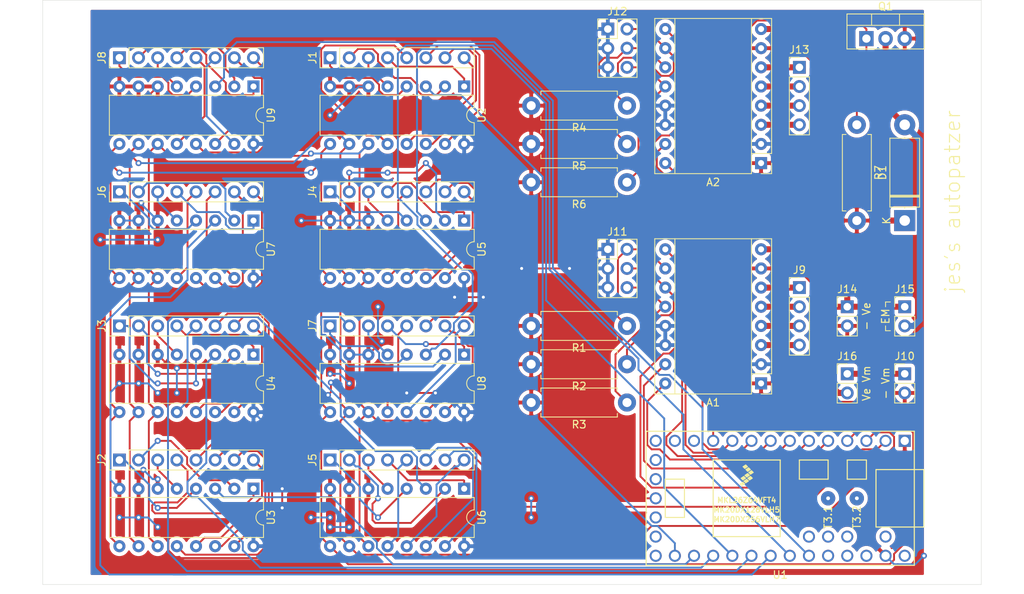
<source format=kicad_pcb>
(kicad_pcb (version 20171130) (host pcbnew 5.1.5-52549c5~84~ubuntu18.04.1)
  (layers (0 F.Cu signal) (31 B.Cu signal) (34 B.Paste user) (35 F.Paste user) (36 B.SilkS user) (37 F.SilkS user) (38 B.Mask user) (39 F.Mask user) (44 Edge.Cuts user))
  (net 0 "")
  (net 1 GND)
  (net 2 s1_EN)
  (net 3 VCC)
  (net 4 "Net-(A1-Pad10)")
  (net 5 "Net-(A1-Pad3)")
  (net 6 "Net-(A1-Pad11)")
  (net 7 "Net-(A1-Pad4)")
  (net 8 "Net-(A1-Pad12)")
  (net 9 "Net-(A1-Pad5)")
  (net 10 "Net-(A1-Pad6)")
  (net 11 s1_STEP)
  (net 12 VMOT)
  (net 13 s1_DIR)
  (net 14 s2_DIR)
  (net 15 s2_STEP)
  (net 16 "Net-(A2-Pad6)")
  (net 17 "Net-(A2-Pad5)")
  (net 18 "Net-(A2-Pad12)")
  (net 19 "Net-(A2-Pad4)")
  (net 20 "Net-(A2-Pad11)")
  (net 21 "Net-(A2-Pad3)")
  (net 22 "Net-(A2-Pad10)")
  (net 23 s2_EN)
  (net 24 VEM)
  (net 25 "Net-(D1-Pad2)")
  (net 26 "Net-(J1-Pad1)")
  (net 27 "Net-(J1-Pad2)")
  (net 28 "Net-(J1-Pad3)")
  (net 29 "Net-(J1-Pad4)")
  (net 30 "Net-(J1-Pad5)")
  (net 31 "Net-(J1-Pad6)")
  (net 32 "Net-(J1-Pad7)")
  (net 33 "Net-(J1-Pad8)")
  (net 34 "Net-(J2-Pad1)")
  (net 35 "Net-(J2-Pad2)")
  (net 36 "Net-(J2-Pad3)")
  (net 37 "Net-(J2-Pad4)")
  (net 38 "Net-(J2-Pad5)")
  (net 39 "Net-(J2-Pad6)")
  (net 40 "Net-(J2-Pad7)")
  (net 41 "Net-(J2-Pad8)")
  (net 42 "Net-(J3-Pad8)")
  (net 43 "Net-(J3-Pad7)")
  (net 44 "Net-(J3-Pad6)")
  (net 45 "Net-(J3-Pad5)")
  (net 46 "Net-(J3-Pad4)")
  (net 47 "Net-(J3-Pad3)")
  (net 48 "Net-(J3-Pad2)")
  (net 49 "Net-(J3-Pad1)")
  (net 50 "Net-(J4-Pad1)")
  (net 51 "Net-(J4-Pad2)")
  (net 52 "Net-(J4-Pad3)")
  (net 53 "Net-(J4-Pad4)")
  (net 54 "Net-(J4-Pad5)")
  (net 55 "Net-(J4-Pad6)")
  (net 56 "Net-(J4-Pad7)")
  (net 57 "Net-(J4-Pad8)")
  (net 58 "Net-(J5-Pad1)")
  (net 59 "Net-(J5-Pad2)")
  (net 60 "Net-(J5-Pad3)")
  (net 61 "Net-(J5-Pad4)")
  (net 62 "Net-(J5-Pad5)")
  (net 63 "Net-(J5-Pad6)")
  (net 64 "Net-(J5-Pad7)")
  (net 65 "Net-(J5-Pad8)")
  (net 66 "Net-(J6-Pad8)")
  (net 67 "Net-(J6-Pad7)")
  (net 68 "Net-(J6-Pad6)")
  (net 69 "Net-(J6-Pad5)")
  (net 70 "Net-(J6-Pad4)")
  (net 71 "Net-(J6-Pad3)")
  (net 72 "Net-(J6-Pad2)")
  (net 73 "Net-(J6-Pad1)")
  (net 74 "Net-(J7-Pad8)")
  (net 75 "Net-(J7-Pad7)")
  (net 76 "Net-(J7-Pad6)")
  (net 77 "Net-(J7-Pad5)")
  (net 78 "Net-(J7-Pad4)")
  (net 79 "Net-(J7-Pad3)")
  (net 80 "Net-(J7-Pad2)")
  (net 81 "Net-(J7-Pad1)")
  (net 82 "Net-(J8-Pad8)")
  (net 83 "Net-(J8-Pad7)")
  (net 84 "Net-(J8-Pad6)")
  (net 85 "Net-(J8-Pad5)")
  (net 86 "Net-(J8-Pad4)")
  (net 87 "Net-(J8-Pad3)")
  (net 88 "Net-(J8-Pad2)")
  (net 89 "Net-(J8-Pad1)")
  (net 90 EM_SIG)
  (net 91 bit1)
  (net 92 bit2)
  (net 93 bit3)
  (net 94 "Net-(U1-Pad12)")
  (net 95 "Net-(U1-Pad13)")
  (net 96 "Net-(U1-Pad37)")
  (net 97 "Net-(U1-Pad36)")
  (net 98 "Net-(U1-Pad35)")
  (net 99 "Net-(U1-Pad34)")
  (net 100 "Net-(U1-Pad33)")
  (net 101 "Net-(U1-Pad31)")
  (net 102 "Net-(U1-Pad30)")
  (net 103 "Net-(U1-Pad29)")
  (net 104 CD4051-7)
  (net 105 CD4051-6)
  (net 106 CD4051-5)
  (net 107 CD4051-4)
  (net 108 CD4051-3)
  (net 109 CD4051-2)
  (net 110 CD4051-1)
  (net 111 CD4051-0)
  (net 112 "Net-(U1-Pad14)")
  (net 113 "Net-(U1-Pad15)")
  (net 114 "Net-(U1-Pad16)")
  (net 115 "Net-(U1-Pad20)")
  (net 116 "Net-(U1-Pad19)")
  (net 117 "Net-(U1-Pad18)")
  (module MountingHole:MountingHole_3.2mm_M3 (layer F.Cu) (at 233.68 27.94)
    (fp_text reference REF** hide)
    (fp_text value MountingHole_3.2mm_M3)
    (pad 1 np_thru_hole circle (at 0 0) (size 3.2 3.2) (drill 3.2) (layers *.Cu *.Mask))
  )
  (module MountingHole:MountingHole_3.2mm_M3 (layer F.Cu) (at 233.68 97.79)
    (fp_text reference REF** hide)
    (fp_text value MountingHole_3.2mm_M3)
    (pad 1 np_thru_hole circle (at 0 0) (size 3.2 3.2) (drill 3.2) (layers *.Cu *.Mask))
  )
  (module MountingHole:MountingHole_3.2mm_M3 (layer F.Cu) (at 116.84 97.79)
    (fp_text reference REF** hide)
    (fp_text value MountingHole_3.2mm_M3)
    (pad 1 np_thru_hole circle (at 0 0) (size 3.2 3.2) (drill 3.2) (layers *.Cu *.Mask))
  )
  (module MountingHole:MountingHole_3.2mm_M3 (layer F.Cu) (at 116.84 27.94)
    (fp_text reference REF** hide)
    (fp_text value MountingHole_3.2mm_M3)
    (pad 1 np_thru_hole circle (at 0 0) (size 3.2 3.2) (drill 3.2) (layers *.Cu *.Mask))
  )
  (module Module:Pololu_Breakout-16_15.2x20.3mm (layer F.Cu) (at 208.28 74.93 180)
    (fp_text reference A1 (at 6.35 -2.54) (layer F.SilkS))
    (fp_text value Pololu_Breakout_A4988)
    (pad 1 thru_hole rect (at 0 0 180) (size 1.6 1.6) (drill 0.8) (layers *.Cu *.Mask) (net 1 GND))
    (pad 9 thru_hole oval (at 12.7 17.78 180) (size 1.6 1.6) (drill 0.8) (layers *.Cu *.Mask) (net 2 s1_EN))
    (pad 2 thru_hole oval (at 0 2.54 180) (size 1.6 1.6) (drill 0.8) (layers *.Cu *.Mask) (net 3 VCC))
    (pad 10 thru_hole oval (at 12.7 15.24 180) (size 1.6 1.6) (drill 0.8) (layers *.Cu *.Mask) (net 4 "Net-(A1-Pad10)"))
    (pad 3 thru_hole oval (at 0 5.08 180) (size 1.6 1.6) (drill 0.8) (layers *.Cu *.Mask) (net 5 "Net-(A1-Pad3)"))
    (pad 11 thru_hole oval (at 12.7 12.7 180) (size 1.6 1.6) (drill 0.8) (layers *.Cu *.Mask) (net 6 "Net-(A1-Pad11)"))
    (pad 4 thru_hole oval (at 0 7.62 180) (size 1.6 1.6) (drill 0.8) (layers *.Cu *.Mask) (net 7 "Net-(A1-Pad4)"))
    (pad 12 thru_hole oval (at 12.7 10.16 180) (size 1.6 1.6) (drill 0.8) (layers *.Cu *.Mask) (net 8 "Net-(A1-Pad12)"))
    (pad 5 thru_hole oval (at 0 10.16 180) (size 1.6 1.6) (drill 0.8) (layers *.Cu *.Mask) (net 9 "Net-(A1-Pad5)"))
    (pad 13 thru_hole oval (at 12.7 7.62 180) (size 1.6 1.6) (drill 0.8) (layers *.Cu *.Mask) (net 3 VCC))
    (pad 6 thru_hole oval (at 0 12.7 180) (size 1.6 1.6) (drill 0.8) (layers *.Cu *.Mask) (net 10 "Net-(A1-Pad6)"))
    (pad 14 thru_hole oval (at 12.7 5.08 180) (size 1.6 1.6) (drill 0.8) (layers *.Cu *.Mask) (net 3 VCC))
    (pad 7 thru_hole oval (at 0 15.24 180) (size 1.6 1.6) (drill 0.8) (layers *.Cu *.Mask) (net 1 GND))
    (pad 15 thru_hole oval (at 12.7 2.54 180) (size 1.6 1.6) (drill 0.8) (layers *.Cu *.Mask) (net 11 s1_STEP))
    (pad 8 thru_hole oval (at 0 17.78 180) (size 1.6 1.6) (drill 0.8) (layers *.Cu *.Mask) (net 12 VMOT))
    (pad 16 thru_hole oval (at 12.7 0 180) (size 1.6 1.6) (drill 0.8) (layers *.Cu *.Mask) (net 13 s1_DIR))
  )
  (module Module:Pololu_Breakout-16_15.2x20.3mm (layer F.Cu) (at 208.28 45.72 180)
    (fp_text reference A2 (at 6.35 -2.54) (layer F.SilkS))
    (fp_text value Pololu_Breakout_A4988)
    (pad 16 thru_hole oval (at 12.7 0 180) (size 1.6 1.6) (drill 0.8) (layers *.Cu *.Mask) (net 14 s2_DIR))
    (pad 8 thru_hole oval (at 0 17.78 180) (size 1.6 1.6) (drill 0.8) (layers *.Cu *.Mask) (net 12 VMOT))
    (pad 15 thru_hole oval (at 12.7 2.54 180) (size 1.6 1.6) (drill 0.8) (layers *.Cu *.Mask) (net 15 s2_STEP))
    (pad 7 thru_hole oval (at 0 15.24 180) (size 1.6 1.6) (drill 0.8) (layers *.Cu *.Mask) (net 1 GND))
    (pad 14 thru_hole oval (at 12.7 5.08 180) (size 1.6 1.6) (drill 0.8) (layers *.Cu *.Mask) (net 3 VCC))
    (pad 6 thru_hole oval (at 0 12.7 180) (size 1.6 1.6) (drill 0.8) (layers *.Cu *.Mask) (net 16 "Net-(A2-Pad6)"))
    (pad 13 thru_hole oval (at 12.7 7.62 180) (size 1.6 1.6) (drill 0.8) (layers *.Cu *.Mask) (net 3 VCC))
    (pad 5 thru_hole oval (at 0 10.16 180) (size 1.6 1.6) (drill 0.8) (layers *.Cu *.Mask) (net 17 "Net-(A2-Pad5)"))
    (pad 12 thru_hole oval (at 12.7 10.16 180) (size 1.6 1.6) (drill 0.8) (layers *.Cu *.Mask) (net 18 "Net-(A2-Pad12)"))
    (pad 4 thru_hole oval (at 0 7.62 180) (size 1.6 1.6) (drill 0.8) (layers *.Cu *.Mask) (net 19 "Net-(A2-Pad4)"))
    (pad 11 thru_hole oval (at 12.7 12.7 180) (size 1.6 1.6) (drill 0.8) (layers *.Cu *.Mask) (net 20 "Net-(A2-Pad11)"))
    (pad 3 thru_hole oval (at 0 5.08 180) (size 1.6 1.6) (drill 0.8) (layers *.Cu *.Mask) (net 21 "Net-(A2-Pad3)"))
    (pad 10 thru_hole oval (at 12.7 15.24 180) (size 1.6 1.6) (drill 0.8) (layers *.Cu *.Mask) (net 22 "Net-(A2-Pad10)"))
    (pad 2 thru_hole oval (at 0 2.54 180) (size 1.6 1.6) (drill 0.8) (layers *.Cu *.Mask) (net 3 VCC))
    (pad 9 thru_hole oval (at 12.7 17.78 180) (size 1.6 1.6) (drill 0.8) (layers *.Cu *.Mask) (net 23 s2_EN))
    (pad 1 thru_hole rect (at 0 0 180) (size 1.6 1.6) (drill 0.8) (layers *.Cu *.Mask) (net 1 GND))
  )
  (module Package_TO_SOT_THT:TO-220-3_Vertical (layer F.Cu) (at 222.25 29.21)
    (fp_text reference Q1 (at 2.54 -4.27) (layer F.SilkS))
    (fp_text value IRF540N)
    (pad 1 thru_hole rect (at 0 0) (size 1.905 2) (drill 1.1) (layers *.Cu *.Mask) (net 90 EM_SIG))
    (pad 2 thru_hole oval (at 2.54 0) (size 1.905 2) (drill 1.1) (layers *.Cu *.Mask) (net 25 "Net-(D1-Pad2)"))
    (pad 3 thru_hole oval (at 5.08 0) (size 1.905 2) (drill 1.1) (layers *.Cu *.Mask) (net 1 GND))
  )
  (module Resistor_THT:R_Axial_DIN0411_L9.9mm_D3.6mm_P12.70mm_Horizontal (layer F.Cu) (at 190.5 67.31 180)
    (fp_text reference R1 (at 6.35 -2.92) (layer F.SilkS))
    (fp_text value R)
    (pad 1 thru_hole circle (at 0 0 180) (size 2.4 2.4) (drill 1.2) (layers *.Cu *.Mask) (net 4 "Net-(A1-Pad10)"))
    (pad 2 thru_hole oval (at 12.7 0 180) (size 2.4 2.4) (drill 1.2) (layers *.Cu *.Mask) (net 1 GND))
  )
  (module Resistor_THT:R_Axial_DIN0411_L9.9mm_D3.6mm_P12.70mm_Horizontal (layer F.Cu) (at 190.5 72.39 180)
    (fp_text reference R2 (at 6.35 -2.92) (layer F.SilkS))
    (fp_text value R)
    (pad 1 thru_hole circle (at 0 0 180) (size 2.4 2.4) (drill 1.2) (layers *.Cu *.Mask) (net 6 "Net-(A1-Pad11)"))
    (pad 2 thru_hole oval (at 12.7 0 180) (size 2.4 2.4) (drill 1.2) (layers *.Cu *.Mask) (net 1 GND))
  )
  (module Resistor_THT:R_Axial_DIN0411_L9.9mm_D3.6mm_P12.70mm_Horizontal (layer F.Cu) (at 190.5 77.47 180)
    (fp_text reference R3 (at 6.35 -2.92) (layer F.SilkS))
    (fp_text value R)
    (pad 2 thru_hole oval (at 12.7 0 180) (size 2.4 2.4) (drill 1.2) (layers *.Cu *.Mask) (net 1 GND))
    (pad 1 thru_hole circle (at 0 0 180) (size 2.4 2.4) (drill 1.2) (layers *.Cu *.Mask) (net 8 "Net-(A1-Pad12)"))
  )
  (module Resistor_THT:R_Axial_DIN0411_L9.9mm_D3.6mm_P12.70mm_Horizontal (layer F.Cu) (at 190.5 38.1 180)
    (fp_text reference R4 (at 6.35 -2.92) (layer F.SilkS))
    (fp_text value R)
    (pad 2 thru_hole oval (at 12.7 0 180) (size 2.4 2.4) (drill 1.2) (layers *.Cu *.Mask) (net 1 GND))
    (pad 1 thru_hole circle (at 0 0 180) (size 2.4 2.4) (drill 1.2) (layers *.Cu *.Mask) (net 22 "Net-(A2-Pad10)"))
  )
  (module Resistor_THT:R_Axial_DIN0411_L9.9mm_D3.6mm_P12.70mm_Horizontal (layer F.Cu) (at 190.5 43.18 180)
    (fp_text reference R5 (at 6.35 -2.92) (layer F.SilkS))
    (fp_text value R)
    (pad 2 thru_hole oval (at 12.7 0 180) (size 2.4 2.4) (drill 1.2) (layers *.Cu *.Mask) (net 1 GND))
    (pad 1 thru_hole circle (at 0 0 180) (size 2.4 2.4) (drill 1.2) (layers *.Cu *.Mask) (net 20 "Net-(A2-Pad11)"))
  )
  (module Resistor_THT:R_Axial_DIN0411_L9.9mm_D3.6mm_P12.70mm_Horizontal (layer F.Cu) (at 190.5 48.26 180)
    (fp_text reference R6 (at 6.35 -2.92) (layer F.SilkS))
    (fp_text value R)
    (pad 1 thru_hole circle (at 0 0 180) (size 2.4 2.4) (drill 1.2) (layers *.Cu *.Mask) (net 18 "Net-(A2-Pad12)"))
    (pad 2 thru_hole oval (at 12.7 0 180) (size 2.4 2.4) (drill 1.2) (layers *.Cu *.Mask) (net 1 GND))
  )
  (module Resistor_THT:R_Axial_DIN0411_L9.9mm_D3.6mm_P12.70mm_Horizontal (layer F.Cu) (at 220.98 40.64 270)
    (fp_text reference R7 (at 6.35 -2.92 90) (layer F.SilkS))
    (fp_text value R)
    (pad 1 thru_hole circle (at 0 0 270) (size 2.4 2.4) (drill 1.2) (layers *.Cu *.Mask) (net 90 EM_SIG))
    (pad 2 thru_hole oval (at 12.7 0 270) (size 2.4 2.4) (drill 1.2) (layers *.Cu *.Mask) (net 1 GND))
  )
  (module autopatzer:Teensy30_31_32_LC (layer F.Cu) (at 210.82 90.17 180)
    (fp_text reference U1 (at 0 -10.16) (layer F.SilkS))
    (fp_text value Teensy3.2)
    (fp_text user MK20DX128VLH5 (at 4.445 -1.524) (layer F.SilkS) (effects (font (size 0.7 0.7))))
    (fp_text user MKL26Z64VFT4 (at 4.445 -0.254) (layer F.SilkS) (effects (font (size 0.7 0.7))))
    (fp_text user MK20DX256VLH7 (at 4.445 -2.794) (layer F.SilkS) (effects (font (size 0.7 0.7))))
    (fp_text user T3.1 (at -6.35 -2.54 90) (layer F.SilkS))
    (fp_text user T3.2 (at -10.16 -2.54 90) (layer F.SilkS))
    (pad 52 thru_hole circle (at -10.16 0 180) (size 1.9 1.9) (drill 0.5) (layers *.Cu *.Mask))
    (pad 52 thru_hole circle (at -6.35 0 180) (size 1.9 1.9) (drill 0.5) (layers *.Cu *.Mask))
    (pad 1 thru_hole rect (at -16.51 7.62 180) (size 1.6 1.6) (drill 1.1) (layers *.Cu *.Mask) (net 1 GND))
    (pad 2 thru_hole circle (at -13.97 7.62 180) (size 1.6 1.6) (drill 1.1) (layers *.Cu *.Mask) (net 91 bit1))
    (pad 3 thru_hole circle (at -11.43 7.62 180) (size 1.6 1.6) (drill 1.1) (layers *.Cu *.Mask) (net 92 bit2))
    (pad 4 thru_hole circle (at -8.89 7.62 180) (size 1.6 1.6) (drill 1.1) (layers *.Cu *.Mask) (net 93 bit3))
    (pad 5 thru_hole circle (at -6.35 7.62 180) (size 1.6 1.6) (drill 1.1) (layers *.Cu *.Mask) (net 2 s1_EN))
    (pad 6 thru_hole circle (at -3.81 7.62 180) (size 1.6 1.6) (drill 1.1) (layers *.Cu *.Mask) (net 11 s1_STEP))
    (pad 7 thru_hole circle (at -1.27 7.62 180) (size 1.6 1.6) (drill 1.1) (layers *.Cu *.Mask) (net 13 s1_DIR))
    (pad 8 thru_hole circle (at 1.27 7.62 180) (size 1.6 1.6) (drill 1.1) (layers *.Cu *.Mask) (net 23 s2_EN))
    (pad 9 thru_hole circle (at 3.81 7.62 180) (size 1.6 1.6) (drill 1.1) (layers *.Cu *.Mask) (net 15 s2_STEP))
    (pad 10 thru_hole circle (at 6.35 7.62 180) (size 1.6 1.6) (drill 1.1) (layers *.Cu *.Mask) (net 14 s2_DIR))
    (pad 11 thru_hole circle (at 8.89 7.62 180) (size 1.6 1.6) (drill 1.1) (layers *.Cu *.Mask) (net 90 EM_SIG))
    (pad 12 thru_hole circle (at 11.43 7.62 180) (size 1.6 1.6) (drill 1.1) (layers *.Cu *.Mask) (net 94 "Net-(U1-Pad12)"))
    (pad 13 thru_hole circle (at 13.97 7.62 180) (size 1.6 1.6) (drill 1.1) (layers *.Cu *.Mask) (net 95 "Net-(U1-Pad13)"))
    (pad 37 thru_hole circle (at -3.81 -5.08 180) (size 1.6 1.6) (drill 1.1) (layers *.Cu *.Mask) (net 96 "Net-(U1-Pad37)"))
    (pad 36 thru_hole circle (at -6.35 -5.08 180) (size 1.6 1.6) (drill 1.1) (layers *.Cu *.Mask) (net 97 "Net-(U1-Pad36)"))
    (pad 35 thru_hole circle (at -8.89 -5.08 180) (size 1.6 1.6) (drill 1.1) (layers *.Cu *.Mask) (net 98 "Net-(U1-Pad35)"))
    (pad 34 thru_hole circle (at -13.97 -5.08 180) (size 1.6 1.6) (drill 1.1) (layers *.Cu *.Mask) (net 99 "Net-(U1-Pad34)"))
    (pad 33 thru_hole circle (at -16.51 -7.62 180) (size 1.6 1.6) (drill 1.1) (layers *.Cu *.Mask) (net 100 "Net-(U1-Pad33)"))
    (pad 32 thru_hole circle (at -13.97 -7.62 180) (size 1.6 1.6) (drill 1.1) (layers *.Cu *.Mask) (net 1 GND))
    (pad 31 thru_hole circle (at -11.43 -7.62 180) (size 1.6 1.6) (drill 1.1) (layers *.Cu *.Mask) (net 101 "Net-(U1-Pad31)"))
    (pad 30 thru_hole circle (at -8.89 -7.62 180) (size 1.6 1.6) (drill 1.1) (layers *.Cu *.Mask) (net 102 "Net-(U1-Pad30)"))
    (pad 29 thru_hole circle (at -6.35 -7.62 180) (size 1.6 1.6) (drill 1.1) (layers *.Cu *.Mask) (net 103 "Net-(U1-Pad29)"))
    (pad 28 thru_hole circle (at -3.81 -7.62 180) (size 1.6 1.6) (drill 1.1) (layers *.Cu *.Mask) (net 104 CD4051-7))
    (pad 27 thru_hole circle (at -1.27 -7.62 180) (size 1.6 1.6) (drill 1.1) (layers *.Cu *.Mask) (net 105 CD4051-6))
    (pad 26 thru_hole circle (at 1.27 -7.62 180) (size 1.6 1.6) (drill 1.1) (layers *.Cu *.Mask) (net 106 CD4051-5))
    (pad 25 thru_hole circle (at 3.81 -7.62 180) (size 1.6 1.6) (drill 1.1) (layers *.Cu *.Mask) (net 107 CD4051-4))
    (pad 24 thru_hole circle (at 6.35 -7.62 180) (size 1.6 1.6) (drill 1.1) (layers *.Cu *.Mask) (net 108 CD4051-3))
    (pad 23 thru_hole circle (at 8.89 -7.62 180) (size 1.6 1.6) (drill 1.1) (layers *.Cu *.Mask) (net 109 CD4051-2))
    (pad 22 thru_hole circle (at 11.43 -7.62 180) (size 1.6 1.6) (drill 1.1) (layers *.Cu *.Mask) (net 110 CD4051-1))
    (pad 21 thru_hole circle (at 13.97 -7.62 180) (size 1.6 1.6) (drill 1.1) (layers *.Cu *.Mask) (net 111 CD4051-0))
    (pad 14 thru_hole circle (at 16.51 7.62 180) (size 1.6 1.6) (drill 1.1) (layers *.Cu *.Mask) (net 112 "Net-(U1-Pad14)"))
    (pad 15 thru_hole circle (at 16.51 5.08 180) (size 1.6 1.6) (drill 1.1) (layers *.Cu *.Mask) (net 113 "Net-(U1-Pad15)"))
    (pad 16 thru_hole circle (at 16.51 2.54 180) (size 1.6 1.6) (drill 1.1) (layers *.Cu *.Mask) (net 114 "Net-(U1-Pad16)"))
    (pad 20 thru_hole circle (at 16.51 -7.62 180) (size 1.6 1.6) (drill 1.1) (layers *.Cu *.Mask) (net 115 "Net-(U1-Pad20)"))
    (pad 19 thru_hole circle (at 16.51 -5.08 180) (size 1.6 1.6) (drill 1.1) (layers *.Cu *.Mask) (net 116 "Net-(U1-Pad19)"))
    (pad 18 thru_hole circle (at 16.51 -2.54 180) (size 1.6 1.6) (drill 1.1) (layers *.Cu *.Mask) (net 117 "Net-(U1-Pad18)"))
    (pad 17 thru_hole circle (at 16.51 0 180) (size 1.6 1.6) (drill 1.1) (layers *.Cu *.Mask) (net 1 GND))
  )
  (module Package_DIP:DIP-16_W7.62mm (layer F.Cu) (at 168.91 35.56 270)
    (fp_text reference U2 (at 3.81 -2.33 90) (layer F.SilkS))
    (fp_text value CD4051B)
    (pad 16 thru_hole oval (at 7.62 0 270) (size 1.6 1.6) (drill 0.8) (layers *.Cu *.Mask) (net 3 VCC))
    (pad 8 thru_hole oval (at 0 17.78 270) (size 1.6 1.6) (drill 0.8) (layers *.Cu *.Mask) (net 1 GND))
    (pad 15 thru_hole oval (at 7.62 2.54 270) (size 1.6 1.6) (drill 0.8) (layers *.Cu *.Mask) (net 31 "Net-(J1-Pad6)"))
    (pad 7 thru_hole oval (at 0 15.24 270) (size 1.6 1.6) (drill 0.8) (layers *.Cu *.Mask) (net 1 GND))
    (pad 14 thru_hole oval (at 7.62 5.08 270) (size 1.6 1.6) (drill 0.8) (layers *.Cu *.Mask) (net 32 "Net-(J1-Pad7)"))
    (pad 6 thru_hole oval (at 0 12.7 270) (size 1.6 1.6) (drill 0.8) (layers *.Cu *.Mask) (net 1 GND))
    (pad 13 thru_hole oval (at 7.62 7.62 270) (size 1.6 1.6) (drill 0.8) (layers *.Cu *.Mask) (net 33 "Net-(J1-Pad8)"))
    (pad 5 thru_hole oval (at 0 10.16 270) (size 1.6 1.6) (drill 0.8) (layers *.Cu *.Mask) (net 28 "Net-(J1-Pad3)"))
    (pad 12 thru_hole oval (at 7.62 10.16 270) (size 1.6 1.6) (drill 0.8) (layers *.Cu *.Mask) (net 30 "Net-(J1-Pad5)"))
    (pad 4 thru_hole oval (at 0 7.62 270) (size 1.6 1.6) (drill 0.8) (layers *.Cu *.Mask) (net 26 "Net-(J1-Pad1)"))
    (pad 11 thru_hole oval (at 7.62 12.7 270) (size 1.6 1.6) (drill 0.8) (layers *.Cu *.Mask) (net 91 bit1))
    (pad 3 thru_hole oval (at 0 5.08 270) (size 1.6 1.6) (drill 0.8) (layers *.Cu *.Mask) (net 111 CD4051-0))
    (pad 10 thru_hole oval (at 7.62 15.24 270) (size 1.6 1.6) (drill 0.8) (layers *.Cu *.Mask) (net 92 bit2))
    (pad 2 thru_hole oval (at 0 2.54 270) (size 1.6 1.6) (drill 0.8) (layers *.Cu *.Mask) (net 27 "Net-(J1-Pad2)"))
    (pad 9 thru_hole oval (at 7.62 17.78 270) (size 1.6 1.6) (drill 0.8) (layers *.Cu *.Mask) (net 93 bit3))
    (pad 1 thru_hole rect (at 0 0 270) (size 1.6 1.6) (drill 0.8) (layers *.Cu *.Mask) (net 29 "Net-(J1-Pad4)"))
  )
  (module Package_DIP:DIP-16_W7.62mm (layer F.Cu) (at 140.97 88.9 270)
    (fp_text reference U3 (at 3.81 -2.33 90) (layer F.SilkS))
    (fp_text value CD4051B)
    (pad 1 thru_hole rect (at 0 0 270) (size 1.6 1.6) (drill 0.8) (layers *.Cu *.Mask) (net 37 "Net-(J2-Pad4)"))
    (pad 9 thru_hole oval (at 7.62 17.78 270) (size 1.6 1.6) (drill 0.8) (layers *.Cu *.Mask) (net 93 bit3))
    (pad 2 thru_hole oval (at 0 2.54 270) (size 1.6 1.6) (drill 0.8) (layers *.Cu *.Mask) (net 35 "Net-(J2-Pad2)"))
    (pad 10 thru_hole oval (at 7.62 15.24 270) (size 1.6 1.6) (drill 0.8) (layers *.Cu *.Mask) (net 92 bit2))
    (pad 3 thru_hole oval (at 0 5.08 270) (size 1.6 1.6) (drill 0.8) (layers *.Cu *.Mask) (net 110 CD4051-1))
    (pad 11 thru_hole oval (at 7.62 12.7 270) (size 1.6 1.6) (drill 0.8) (layers *.Cu *.Mask) (net 91 bit1))
    (pad 4 thru_hole oval (at 0 7.62 270) (size 1.6 1.6) (drill 0.8) (layers *.Cu *.Mask) (net 34 "Net-(J2-Pad1)"))
    (pad 12 thru_hole oval (at 7.62 10.16 270) (size 1.6 1.6) (drill 0.8) (layers *.Cu *.Mask) (net 38 "Net-(J2-Pad5)"))
    (pad 5 thru_hole oval (at 0 10.16 270) (size 1.6 1.6) (drill 0.8) (layers *.Cu *.Mask) (net 36 "Net-(J2-Pad3)"))
    (pad 13 thru_hole oval (at 7.62 7.62 270) (size 1.6 1.6) (drill 0.8) (layers *.Cu *.Mask) (net 41 "Net-(J2-Pad8)"))
    (pad 6 thru_hole oval (at 0 12.7 270) (size 1.6 1.6) (drill 0.8) (layers *.Cu *.Mask) (net 1 GND))
    (pad 14 thru_hole oval (at 7.62 5.08 270) (size 1.6 1.6) (drill 0.8) (layers *.Cu *.Mask) (net 40 "Net-(J2-Pad7)"))
    (pad 7 thru_hole oval (at 0 15.24 270) (size 1.6 1.6) (drill 0.8) (layers *.Cu *.Mask) (net 1 GND))
    (pad 15 thru_hole oval (at 7.62 2.54 270) (size 1.6 1.6) (drill 0.8) (layers *.Cu *.Mask) (net 39 "Net-(J2-Pad6)"))
    (pad 8 thru_hole oval (at 0 17.78 270) (size 1.6 1.6) (drill 0.8) (layers *.Cu *.Mask) (net 1 GND))
    (pad 16 thru_hole oval (at 7.62 0 270) (size 1.6 1.6) (drill 0.8) (layers *.Cu *.Mask) (net 3 VCC))
  )
  (module Package_DIP:DIP-16_W7.62mm (layer F.Cu) (at 140.97 71.12 270)
    (fp_text reference U4 (at 3.81 -2.33 90) (layer F.SilkS))
    (fp_text value CD4051B)
    (pad 16 thru_hole oval (at 7.62 0 270) (size 1.6 1.6) (drill 0.8) (layers *.Cu *.Mask) (net 3 VCC))
    (pad 8 thru_hole oval (at 0 17.78 270) (size 1.6 1.6) (drill 0.8) (layers *.Cu *.Mask) (net 1 GND))
    (pad 15 thru_hole oval (at 7.62 2.54 270) (size 1.6 1.6) (drill 0.8) (layers *.Cu *.Mask) (net 44 "Net-(J3-Pad6)"))
    (pad 7 thru_hole oval (at 0 15.24 270) (size 1.6 1.6) (drill 0.8) (layers *.Cu *.Mask) (net 1 GND))
    (pad 14 thru_hole oval (at 7.62 5.08 270) (size 1.6 1.6) (drill 0.8) (layers *.Cu *.Mask) (net 43 "Net-(J3-Pad7)"))
    (pad 6 thru_hole oval (at 0 12.7 270) (size 1.6 1.6) (drill 0.8) (layers *.Cu *.Mask) (net 1 GND))
    (pad 13 thru_hole oval (at 7.62 7.62 270) (size 1.6 1.6) (drill 0.8) (layers *.Cu *.Mask) (net 42 "Net-(J3-Pad8)"))
    (pad 5 thru_hole oval (at 0 10.16 270) (size 1.6 1.6) (drill 0.8) (layers *.Cu *.Mask) (net 47 "Net-(J3-Pad3)"))
    (pad 12 thru_hole oval (at 7.62 10.16 270) (size 1.6 1.6) (drill 0.8) (layers *.Cu *.Mask) (net 45 "Net-(J3-Pad5)"))
    (pad 4 thru_hole oval (at 0 7.62 270) (size 1.6 1.6) (drill 0.8) (layers *.Cu *.Mask) (net 49 "Net-(J3-Pad1)"))
    (pad 11 thru_hole oval (at 7.62 12.7 270) (size 1.6 1.6) (drill 0.8) (layers *.Cu *.Mask) (net 91 bit1))
    (pad 3 thru_hole oval (at 0 5.08 270) (size 1.6 1.6) (drill 0.8) (layers *.Cu *.Mask) (net 109 CD4051-2))
    (pad 10 thru_hole oval (at 7.62 15.24 270) (size 1.6 1.6) (drill 0.8) (layers *.Cu *.Mask) (net 92 bit2))
    (pad 2 thru_hole oval (at 0 2.54 270) (size 1.6 1.6) (drill 0.8) (layers *.Cu *.Mask) (net 48 "Net-(J3-Pad2)"))
    (pad 9 thru_hole oval (at 7.62 17.78 270) (size 1.6 1.6) (drill 0.8) (layers *.Cu *.Mask) (net 93 bit3))
    (pad 1 thru_hole rect (at 0 0 270) (size 1.6 1.6) (drill 0.8) (layers *.Cu *.Mask) (net 46 "Net-(J3-Pad4)"))
  )
  (module Package_DIP:DIP-16_W7.62mm (layer F.Cu) (at 168.91 53.34 270)
    (fp_text reference U5 (at 3.81 -2.33 90) (layer F.SilkS))
    (fp_text value CD4051B)
    (pad 16 thru_hole oval (at 7.62 0 270) (size 1.6 1.6) (drill 0.8) (layers *.Cu *.Mask) (net 3 VCC))
    (pad 8 thru_hole oval (at 0 17.78 270) (size 1.6 1.6) (drill 0.8) (layers *.Cu *.Mask) (net 1 GND))
    (pad 15 thru_hole oval (at 7.62 2.54 270) (size 1.6 1.6) (drill 0.8) (layers *.Cu *.Mask) (net 55 "Net-(J4-Pad6)"))
    (pad 7 thru_hole oval (at 0 15.24 270) (size 1.6 1.6) (drill 0.8) (layers *.Cu *.Mask) (net 1 GND))
    (pad 14 thru_hole oval (at 7.62 5.08 270) (size 1.6 1.6) (drill 0.8) (layers *.Cu *.Mask) (net 56 "Net-(J4-Pad7)"))
    (pad 6 thru_hole oval (at 0 12.7 270) (size 1.6 1.6) (drill 0.8) (layers *.Cu *.Mask) (net 1 GND))
    (pad 13 thru_hole oval (at 7.62 7.62 270) (size 1.6 1.6) (drill 0.8) (layers *.Cu *.Mask) (net 57 "Net-(J4-Pad8)"))
    (pad 5 thru_hole oval (at 0 10.16 270) (size 1.6 1.6) (drill 0.8) (layers *.Cu *.Mask) (net 52 "Net-(J4-Pad3)"))
    (pad 12 thru_hole oval (at 7.62 10.16 270) (size 1.6 1.6) (drill 0.8) (layers *.Cu *.Mask) (net 54 "Net-(J4-Pad5)"))
    (pad 4 thru_hole oval (at 0 7.62 270) (size 1.6 1.6) (drill 0.8) (layers *.Cu *.Mask) (net 50 "Net-(J4-Pad1)"))
    (pad 11 thru_hole oval (at 7.62 12.7 270) (size 1.6 1.6) (drill 0.8) (layers *.Cu *.Mask) (net 91 bit1))
    (pad 3 thru_hole oval (at 0 5.08 270) (size 1.6 1.6) (drill 0.8) (layers *.Cu *.Mask) (net 108 CD4051-3))
    (pad 10 thru_hole oval (at 7.62 15.24 270) (size 1.6 1.6) (drill 0.8) (layers *.Cu *.Mask) (net 92 bit2))
    (pad 2 thru_hole oval (at 0 2.54 270) (size 1.6 1.6) (drill 0.8) (layers *.Cu *.Mask) (net 51 "Net-(J4-Pad2)"))
    (pad 9 thru_hole oval (at 7.62 17.78 270) (size 1.6 1.6) (drill 0.8) (layers *.Cu *.Mask) (net 93 bit3))
    (pad 1 thru_hole rect (at 0 0 270) (size 1.6 1.6) (drill 0.8) (layers *.Cu *.Mask) (net 53 "Net-(J4-Pad4)"))
  )
  (module Package_DIP:DIP-16_W7.62mm (layer F.Cu) (at 168.91 88.9 270)
    (fp_text reference U6 (at 3.81 -2.33 90) (layer F.SilkS))
    (fp_text value CD4051B)
    (pad 16 thru_hole oval (at 7.62 0 270) (size 1.6 1.6) (drill 0.8) (layers *.Cu *.Mask) (net 3 VCC))
    (pad 8 thru_hole oval (at 0 17.78 270) (size 1.6 1.6) (drill 0.8) (layers *.Cu *.Mask) (net 1 GND))
    (pad 15 thru_hole oval (at 7.62 2.54 270) (size 1.6 1.6) (drill 0.8) (layers *.Cu *.Mask) (net 63 "Net-(J5-Pad6)"))
    (pad 7 thru_hole oval (at 0 15.24 270) (size 1.6 1.6) (drill 0.8) (layers *.Cu *.Mask) (net 1 GND))
    (pad 14 thru_hole oval (at 7.62 5.08 270) (size 1.6 1.6) (drill 0.8) (layers *.Cu *.Mask) (net 64 "Net-(J5-Pad7)"))
    (pad 6 thru_hole oval (at 0 12.7 270) (size 1.6 1.6) (drill 0.8) (layers *.Cu *.Mask) (net 1 GND))
    (pad 13 thru_hole oval (at 7.62 7.62 270) (size 1.6 1.6) (drill 0.8) (layers *.Cu *.Mask) (net 65 "Net-(J5-Pad8)"))
    (pad 5 thru_hole oval (at 0 10.16 270) (size 1.6 1.6) (drill 0.8) (layers *.Cu *.Mask) (net 60 "Net-(J5-Pad3)"))
    (pad 12 thru_hole oval (at 7.62 10.16 270) (size 1.6 1.6) (drill 0.8) (layers *.Cu *.Mask) (net 62 "Net-(J5-Pad5)"))
    (pad 4 thru_hole oval (at 0 7.62 270) (size 1.6 1.6) (drill 0.8) (layers *.Cu *.Mask) (net 58 "Net-(J5-Pad1)"))
    (pad 11 thru_hole oval (at 7.62 12.7 270) (size 1.6 1.6) (drill 0.8) (layers *.Cu *.Mask) (net 91 bit1))
    (pad 3 thru_hole oval (at 0 5.08 270) (size 1.6 1.6) (drill 0.8) (layers *.Cu *.Mask) (net 107 CD4051-4))
    (pad 10 thru_hole oval (at 7.62 15.24 270) (size 1.6 1.6) (drill 0.8) (layers *.Cu *.Mask) (net 92 bit2))
    (pad 2 thru_hole oval (at 0 2.54 270) (size 1.6 1.6) (drill 0.8) (layers *.Cu *.Mask) (net 59 "Net-(J5-Pad2)"))
    (pad 9 thru_hole oval (at 7.62 17.78 270) (size 1.6 1.6) (drill 0.8) (layers *.Cu *.Mask) (net 93 bit3))
    (pad 1 thru_hole rect (at 0 0 270) (size 1.6 1.6) (drill 0.8) (layers *.Cu *.Mask) (net 61 "Net-(J5-Pad4)"))
  )
  (module Package_DIP:DIP-16_W7.62mm (layer F.Cu) (at 140.97 53.34 270)
    (fp_text reference U7 (at 3.81 -2.33 90) (layer F.SilkS))
    (fp_text value CD4051B)
    (pad 1 thru_hole rect (at 0 0 270) (size 1.6 1.6) (drill 0.8) (layers *.Cu *.Mask) (net 70 "Net-(J6-Pad4)"))
    (pad 9 thru_hole oval (at 7.62 17.78 270) (size 1.6 1.6) (drill 0.8) (layers *.Cu *.Mask) (net 93 bit3))
    (pad 2 thru_hole oval (at 0 2.54 270) (size 1.6 1.6) (drill 0.8) (layers *.Cu *.Mask) (net 72 "Net-(J6-Pad2)"))
    (pad 10 thru_hole oval (at 7.62 15.24 270) (size 1.6 1.6) (drill 0.8) (layers *.Cu *.Mask) (net 92 bit2))
    (pad 3 thru_hole oval (at 0 5.08 270) (size 1.6 1.6) (drill 0.8) (layers *.Cu *.Mask) (net 106 CD4051-5))
    (pad 11 thru_hole oval (at 7.62 12.7 270) (size 1.6 1.6) (drill 0.8) (layers *.Cu *.Mask) (net 91 bit1))
    (pad 4 thru_hole oval (at 0 7.62 270) (size 1.6 1.6) (drill 0.8) (layers *.Cu *.Mask) (net 73 "Net-(J6-Pad1)"))
    (pad 12 thru_hole oval (at 7.62 10.16 270) (size 1.6 1.6) (drill 0.8) (layers *.Cu *.Mask) (net 69 "Net-(J6-Pad5)"))
    (pad 5 thru_hole oval (at 0 10.16 270) (size 1.6 1.6) (drill 0.8) (layers *.Cu *.Mask) (net 71 "Net-(J6-Pad3)"))
    (pad 13 thru_hole oval (at 7.62 7.62 270) (size 1.6 1.6) (drill 0.8) (layers *.Cu *.Mask) (net 66 "Net-(J6-Pad8)"))
    (pad 6 thru_hole oval (at 0 12.7 270) (size 1.6 1.6) (drill 0.8) (layers *.Cu *.Mask) (net 1 GND))
    (pad 14 thru_hole oval (at 7.62 5.08 270) (size 1.6 1.6) (drill 0.8) (layers *.Cu *.Mask) (net 67 "Net-(J6-Pad7)"))
    (pad 7 thru_hole oval (at 0 15.24 270) (size 1.6 1.6) (drill 0.8) (layers *.Cu *.Mask) (net 1 GND))
    (pad 15 thru_hole oval (at 7.62 2.54 270) (size 1.6 1.6) (drill 0.8) (layers *.Cu *.Mask) (net 68 "Net-(J6-Pad6)"))
    (pad 8 thru_hole oval (at 0 17.78 270) (size 1.6 1.6) (drill 0.8) (layers *.Cu *.Mask) (net 1 GND))
    (pad 16 thru_hole oval (at 7.62 0 270) (size 1.6 1.6) (drill 0.8) (layers *.Cu *.Mask) (net 3 VCC))
  )
  (module Package_DIP:DIP-16_W7.62mm (layer F.Cu) (at 168.91 71.12 270)
    (fp_text reference U8 (at 3.81 -2.33 90) (layer F.SilkS))
    (fp_text value CD4051B)
    (pad 1 thru_hole rect (at 0 0 270) (size 1.6 1.6) (drill 0.8) (layers *.Cu *.Mask) (net 78 "Net-(J7-Pad4)"))
    (pad 9 thru_hole oval (at 7.62 17.78 270) (size 1.6 1.6) (drill 0.8) (layers *.Cu *.Mask) (net 93 bit3))
    (pad 2 thru_hole oval (at 0 2.54 270) (size 1.6 1.6) (drill 0.8) (layers *.Cu *.Mask) (net 80 "Net-(J7-Pad2)"))
    (pad 10 thru_hole oval (at 7.62 15.24 270) (size 1.6 1.6) (drill 0.8) (layers *.Cu *.Mask) (net 92 bit2))
    (pad 3 thru_hole oval (at 0 5.08 270) (size 1.6 1.6) (drill 0.8) (layers *.Cu *.Mask) (net 105 CD4051-6))
    (pad 11 thru_hole oval (at 7.62 12.7 270) (size 1.6 1.6) (drill 0.8) (layers *.Cu *.Mask) (net 91 bit1))
    (pad 4 thru_hole oval (at 0 7.62 270) (size 1.6 1.6) (drill 0.8) (layers *.Cu *.Mask) (net 81 "Net-(J7-Pad1)"))
    (pad 12 thru_hole oval (at 7.62 10.16 270) (size 1.6 1.6) (drill 0.8) (layers *.Cu *.Mask) (net 77 "Net-(J7-Pad5)"))
    (pad 5 thru_hole oval (at 0 10.16 270) (size 1.6 1.6) (drill 0.8) (layers *.Cu *.Mask) (net 79 "Net-(J7-Pad3)"))
    (pad 13 thru_hole oval (at 7.62 7.62 270) (size 1.6 1.6) (drill 0.8) (layers *.Cu *.Mask) (net 74 "Net-(J7-Pad8)"))
    (pad 6 thru_hole oval (at 0 12.7 270) (size 1.6 1.6) (drill 0.8) (layers *.Cu *.Mask) (net 1 GND))
    (pad 14 thru_hole oval (at 7.62 5.08 270) (size 1.6 1.6) (drill 0.8) (layers *.Cu *.Mask) (net 75 "Net-(J7-Pad7)"))
    (pad 7 thru_hole oval (at 0 15.24 270) (size 1.6 1.6) (drill 0.8) (layers *.Cu *.Mask) (net 1 GND))
    (pad 15 thru_hole oval (at 7.62 2.54 270) (size 1.6 1.6) (drill 0.8) (layers *.Cu *.Mask) (net 76 "Net-(J7-Pad6)"))
    (pad 8 thru_hole oval (at 0 17.78 270) (size 1.6 1.6) (drill 0.8) (layers *.Cu *.Mask) (net 1 GND))
    (pad 16 thru_hole oval (at 7.62 0 270) (size 1.6 1.6) (drill 0.8) (layers *.Cu *.Mask) (net 3 VCC))
  )
  (module Package_DIP:DIP-16_W7.62mm (layer F.Cu) (at 140.97 35.56 270)
    (fp_text reference U9 (at 3.81 -2.33 90) (layer F.SilkS))
    (fp_text value CD4051B)
    (pad 1 thru_hole rect (at 0 0 270) (size 1.6 1.6) (drill 0.8) (layers *.Cu *.Mask) (net 86 "Net-(J8-Pad4)"))
    (pad 9 thru_hole oval (at 7.62 17.78 270) (size 1.6 1.6) (drill 0.8) (layers *.Cu *.Mask) (net 93 bit3))
    (pad 2 thru_hole oval (at 0 2.54 270) (size 1.6 1.6) (drill 0.8) (layers *.Cu *.Mask) (net 88 "Net-(J8-Pad2)"))
    (pad 10 thru_hole oval (at 7.62 15.24 270) (size 1.6 1.6) (drill 0.8) (layers *.Cu *.Mask) (net 92 bit2))
    (pad 3 thru_hole oval (at 0 5.08 270) (size 1.6 1.6) (drill 0.8) (layers *.Cu *.Mask) (net 104 CD4051-7))
    (pad 11 thru_hole oval (at 7.62 12.7 270) (size 1.6 1.6) (drill 0.8) (layers *.Cu *.Mask) (net 91 bit1))
    (pad 4 thru_hole oval (at 0 7.62 270) (size 1.6 1.6) (drill 0.8) (layers *.Cu *.Mask) (net 89 "Net-(J8-Pad1)"))
    (pad 12 thru_hole oval (at 7.62 10.16 270) (size 1.6 1.6) (drill 0.8) (layers *.Cu *.Mask) (net 85 "Net-(J8-Pad5)"))
    (pad 5 thru_hole oval (at 0 10.16 270) (size 1.6 1.6) (drill 0.8) (layers *.Cu *.Mask) (net 87 "Net-(J8-Pad3)"))
    (pad 13 thru_hole oval (at 7.62 7.62 270) (size 1.6 1.6) (drill 0.8) (layers *.Cu *.Mask) (net 82 "Net-(J8-Pad8)"))
    (pad 6 thru_hole oval (at 0 12.7 270) (size 1.6 1.6) (drill 0.8) (layers *.Cu *.Mask) (net 1 GND))
    (pad 14 thru_hole oval (at 7.62 5.08 270) (size 1.6 1.6) (drill 0.8) (layers *.Cu *.Mask) (net 83 "Net-(J8-Pad7)"))
    (pad 7 thru_hole oval (at 0 15.24 270) (size 1.6 1.6) (drill 0.8) (layers *.Cu *.Mask) (net 1 GND))
    (pad 15 thru_hole oval (at 7.62 2.54 270) (size 1.6 1.6) (drill 0.8) (layers *.Cu *.Mask) (net 84 "Net-(J8-Pad6)"))
    (pad 8 thru_hole oval (at 0 17.78 270) (size 1.6 1.6) (drill 0.8) (layers *.Cu *.Mask) (net 1 GND))
    (pad 16 thru_hole oval (at 7.62 0 270) (size 1.6 1.6) (drill 0.8) (layers *.Cu *.Mask) (net 3 VCC))
  )
  (module Connector_PinHeader_2.54mm:PinHeader_1x08_P2.54mm_Vertical (layer F.Cu) (at 151.13 31.75 90)
    (fp_text reference J1 (at 0 -2.33 90) (layer F.SilkS))
    (fp_text value Conn_01x08_Male)
    (pad 1 thru_hole rect (at 0 0 90) (size 1.7 1.7) (drill 1) (layers *.Cu *.Mask) (net 26 "Net-(J1-Pad1)"))
    (pad 2 thru_hole oval (at 0 2.54 90) (size 1.7 1.7) (drill 1) (layers *.Cu *.Mask) (net 27 "Net-(J1-Pad2)"))
    (pad 3 thru_hole oval (at 0 5.08 90) (size 1.7 1.7) (drill 1) (layers *.Cu *.Mask) (net 28 "Net-(J1-Pad3)"))
    (pad 4 thru_hole oval (at 0 7.62 90) (size 1.7 1.7) (drill 1) (layers *.Cu *.Mask) (net 29 "Net-(J1-Pad4)"))
    (pad 5 thru_hole oval (at 0 10.16 90) (size 1.7 1.7) (drill 1) (layers *.Cu *.Mask) (net 30 "Net-(J1-Pad5)"))
    (pad 6 thru_hole oval (at 0 12.7 90) (size 1.7 1.7) (drill 1) (layers *.Cu *.Mask) (net 31 "Net-(J1-Pad6)"))
    (pad 7 thru_hole oval (at 0 15.24 90) (size 1.7 1.7) (drill 1) (layers *.Cu *.Mask) (net 32 "Net-(J1-Pad7)"))
    (pad 8 thru_hole oval (at 0 17.78 90) (size 1.7 1.7) (drill 1) (layers *.Cu *.Mask) (net 33 "Net-(J1-Pad8)"))
  )
  (module Connector_PinHeader_2.54mm:PinHeader_1x08_P2.54mm_Vertical (layer F.Cu) (at 123.19 85.09 90)
    (fp_text reference J2 (at 0 -2.33 90) (layer F.SilkS))
    (fp_text value Conn_01x08_Male)
    (pad 1 thru_hole rect (at 0 0 90) (size 1.7 1.7) (drill 1) (layers *.Cu *.Mask) (net 34 "Net-(J2-Pad1)"))
    (pad 2 thru_hole oval (at 0 2.54 90) (size 1.7 1.7) (drill 1) (layers *.Cu *.Mask) (net 35 "Net-(J2-Pad2)"))
    (pad 3 thru_hole oval (at 0 5.08 90) (size 1.7 1.7) (drill 1) (layers *.Cu *.Mask) (net 36 "Net-(J2-Pad3)"))
    (pad 4 thru_hole oval (at 0 7.62 90) (size 1.7 1.7) (drill 1) (layers *.Cu *.Mask) (net 37 "Net-(J2-Pad4)"))
    (pad 5 thru_hole oval (at 0 10.16 90) (size 1.7 1.7) (drill 1) (layers *.Cu *.Mask) (net 38 "Net-(J2-Pad5)"))
    (pad 6 thru_hole oval (at 0 12.7 90) (size 1.7 1.7) (drill 1) (layers *.Cu *.Mask) (net 39 "Net-(J2-Pad6)"))
    (pad 7 thru_hole oval (at 0 15.24 90) (size 1.7 1.7) (drill 1) (layers *.Cu *.Mask) (net 40 "Net-(J2-Pad7)"))
    (pad 8 thru_hole oval (at 0 17.78 90) (size 1.7 1.7) (drill 1) (layers *.Cu *.Mask) (net 41 "Net-(J2-Pad8)"))
  )
  (module Connector_PinHeader_2.54mm:PinHeader_1x08_P2.54mm_Vertical (layer F.Cu) (at 123.19 67.31 90)
    (fp_text reference J3 (at 0 -2.33 90) (layer F.SilkS))
    (fp_text value Conn_01x08_Male)
    (pad 8 thru_hole oval (at 0 17.78 90) (size 1.7 1.7) (drill 1) (layers *.Cu *.Mask) (net 42 "Net-(J3-Pad8)"))
    (pad 7 thru_hole oval (at 0 15.24 90) (size 1.7 1.7) (drill 1) (layers *.Cu *.Mask) (net 43 "Net-(J3-Pad7)"))
    (pad 6 thru_hole oval (at 0 12.7 90) (size 1.7 1.7) (drill 1) (layers *.Cu *.Mask) (net 44 "Net-(J3-Pad6)"))
    (pad 5 thru_hole oval (at 0 10.16 90) (size 1.7 1.7) (drill 1) (layers *.Cu *.Mask) (net 45 "Net-(J3-Pad5)"))
    (pad 4 thru_hole oval (at 0 7.62 90) (size 1.7 1.7) (drill 1) (layers *.Cu *.Mask) (net 46 "Net-(J3-Pad4)"))
    (pad 3 thru_hole oval (at 0 5.08 90) (size 1.7 1.7) (drill 1) (layers *.Cu *.Mask) (net 47 "Net-(J3-Pad3)"))
    (pad 2 thru_hole oval (at 0 2.54 90) (size 1.7 1.7) (drill 1) (layers *.Cu *.Mask) (net 48 "Net-(J3-Pad2)"))
    (pad 1 thru_hole rect (at 0 0 90) (size 1.7 1.7) (drill 1) (layers *.Cu *.Mask) (net 49 "Net-(J3-Pad1)"))
  )
  (module Connector_PinHeader_2.54mm:PinHeader_1x08_P2.54mm_Vertical (layer F.Cu) (at 151.13 49.53 90)
    (fp_text reference J4 (at 0 -2.33 90) (layer F.SilkS))
    (fp_text value Conn_01x08_Male)
    (pad 1 thru_hole rect (at 0 0 90) (size 1.7 1.7) (drill 1) (layers *.Cu *.Mask) (net 50 "Net-(J4-Pad1)"))
    (pad 2 thru_hole oval (at 0 2.54 90) (size 1.7 1.7) (drill 1) (layers *.Cu *.Mask) (net 51 "Net-(J4-Pad2)"))
    (pad 3 thru_hole oval (at 0 5.08 90) (size 1.7 1.7) (drill 1) (layers *.Cu *.Mask) (net 52 "Net-(J4-Pad3)"))
    (pad 4 thru_hole oval (at 0 7.62 90) (size 1.7 1.7) (drill 1) (layers *.Cu *.Mask) (net 53 "Net-(J4-Pad4)"))
    (pad 5 thru_hole oval (at 0 10.16 90) (size 1.7 1.7) (drill 1) (layers *.Cu *.Mask) (net 54 "Net-(J4-Pad5)"))
    (pad 6 thru_hole oval (at 0 12.7 90) (size 1.7 1.7) (drill 1) (layers *.Cu *.Mask) (net 55 "Net-(J4-Pad6)"))
    (pad 7 thru_hole oval (at 0 15.24 90) (size 1.7 1.7) (drill 1) (layers *.Cu *.Mask) (net 56 "Net-(J4-Pad7)"))
    (pad 8 thru_hole oval (at 0 17.78 90) (size 1.7 1.7) (drill 1) (layers *.Cu *.Mask) (net 57 "Net-(J4-Pad8)"))
  )
  (module Connector_PinHeader_2.54mm:PinHeader_1x08_P2.54mm_Vertical (layer F.Cu) (at 151.13 85.09 90)
    (fp_text reference J5 (at 0 -2.33 90) (layer F.SilkS))
    (fp_text value Conn_01x08_Male)
    (pad 1 thru_hole rect (at 0 0 90) (size 1.7 1.7) (drill 1) (layers *.Cu *.Mask) (net 58 "Net-(J5-Pad1)"))
    (pad 2 thru_hole oval (at 0 2.54 90) (size 1.7 1.7) (drill 1) (layers *.Cu *.Mask) (net 59 "Net-(J5-Pad2)"))
    (pad 3 thru_hole oval (at 0 5.08 90) (size 1.7 1.7) (drill 1) (layers *.Cu *.Mask) (net 60 "Net-(J5-Pad3)"))
    (pad 4 thru_hole oval (at 0 7.62 90) (size 1.7 1.7) (drill 1) (layers *.Cu *.Mask) (net 61 "Net-(J5-Pad4)"))
    (pad 5 thru_hole oval (at 0 10.16 90) (size 1.7 1.7) (drill 1) (layers *.Cu *.Mask) (net 62 "Net-(J5-Pad5)"))
    (pad 6 thru_hole oval (at 0 12.7 90) (size 1.7 1.7) (drill 1) (layers *.Cu *.Mask) (net 63 "Net-(J5-Pad6)"))
    (pad 7 thru_hole oval (at 0 15.24 90) (size 1.7 1.7) (drill 1) (layers *.Cu *.Mask) (net 64 "Net-(J5-Pad7)"))
    (pad 8 thru_hole oval (at 0 17.78 90) (size 1.7 1.7) (drill 1) (layers *.Cu *.Mask) (net 65 "Net-(J5-Pad8)"))
  )
  (module Connector_PinHeader_2.54mm:PinHeader_1x08_P2.54mm_Vertical (layer F.Cu) (at 123.19 49.53 90)
    (fp_text reference J6 (at 0 -2.33 90) (layer F.SilkS))
    (fp_text value Conn_01x08_Male)
    (pad 8 thru_hole oval (at 0 17.78 90) (size 1.7 1.7) (drill 1) (layers *.Cu *.Mask) (net 66 "Net-(J6-Pad8)"))
    (pad 7 thru_hole oval (at 0 15.24 90) (size 1.7 1.7) (drill 1) (layers *.Cu *.Mask) (net 67 "Net-(J6-Pad7)"))
    (pad 6 thru_hole oval (at 0 12.7 90) (size 1.7 1.7) (drill 1) (layers *.Cu *.Mask) (net 68 "Net-(J6-Pad6)"))
    (pad 5 thru_hole oval (at 0 10.16 90) (size 1.7 1.7) (drill 1) (layers *.Cu *.Mask) (net 69 "Net-(J6-Pad5)"))
    (pad 4 thru_hole oval (at 0 7.62 90) (size 1.7 1.7) (drill 1) (layers *.Cu *.Mask) (net 70 "Net-(J6-Pad4)"))
    (pad 3 thru_hole oval (at 0 5.08 90) (size 1.7 1.7) (drill 1) (layers *.Cu *.Mask) (net 71 "Net-(J6-Pad3)"))
    (pad 2 thru_hole oval (at 0 2.54 90) (size 1.7 1.7) (drill 1) (layers *.Cu *.Mask) (net 72 "Net-(J6-Pad2)"))
    (pad 1 thru_hole rect (at 0 0 90) (size 1.7 1.7) (drill 1) (layers *.Cu *.Mask) (net 73 "Net-(J6-Pad1)"))
  )
  (module Connector_PinHeader_2.54mm:PinHeader_1x08_P2.54mm_Vertical (layer F.Cu) (at 151.13 67.31 90)
    (fp_text reference J7 (at 0 -2.33 90) (layer F.SilkS))
    (fp_text value Conn_01x08_Male)
    (pad 8 thru_hole oval (at 0 17.78 90) (size 1.7 1.7) (drill 1) (layers *.Cu *.Mask) (net 74 "Net-(J7-Pad8)"))
    (pad 7 thru_hole oval (at 0 15.24 90) (size 1.7 1.7) (drill 1) (layers *.Cu *.Mask) (net 75 "Net-(J7-Pad7)"))
    (pad 6 thru_hole oval (at 0 12.7 90) (size 1.7 1.7) (drill 1) (layers *.Cu *.Mask) (net 76 "Net-(J7-Pad6)"))
    (pad 5 thru_hole oval (at 0 10.16 90) (size 1.7 1.7) (drill 1) (layers *.Cu *.Mask) (net 77 "Net-(J7-Pad5)"))
    (pad 4 thru_hole oval (at 0 7.62 90) (size 1.7 1.7) (drill 1) (layers *.Cu *.Mask) (net 78 "Net-(J7-Pad4)"))
    (pad 3 thru_hole oval (at 0 5.08 90) (size 1.7 1.7) (drill 1) (layers *.Cu *.Mask) (net 79 "Net-(J7-Pad3)"))
    (pad 2 thru_hole oval (at 0 2.54 90) (size 1.7 1.7) (drill 1) (layers *.Cu *.Mask) (net 80 "Net-(J7-Pad2)"))
    (pad 1 thru_hole rect (at 0 0 90) (size 1.7 1.7) (drill 1) (layers *.Cu *.Mask) (net 81 "Net-(J7-Pad1)"))
  )
  (module Connector_PinHeader_2.54mm:PinHeader_1x08_P2.54mm_Vertical (layer F.Cu) (at 123.19 31.75 90)
    (fp_text reference J8 (at 0 -2.33 90) (layer F.SilkS))
    (fp_text value Conn_01x08_Male)
    (pad 8 thru_hole oval (at 0 17.78 90) (size 1.7 1.7) (drill 1) (layers *.Cu *.Mask) (net 82 "Net-(J8-Pad8)"))
    (pad 7 thru_hole oval (at 0 15.24 90) (size 1.7 1.7) (drill 1) (layers *.Cu *.Mask) (net 83 "Net-(J8-Pad7)"))
    (pad 6 thru_hole oval (at 0 12.7 90) (size 1.7 1.7) (drill 1) (layers *.Cu *.Mask) (net 84 "Net-(J8-Pad6)"))
    (pad 5 thru_hole oval (at 0 10.16 90) (size 1.7 1.7) (drill 1) (layers *.Cu *.Mask) (net 85 "Net-(J8-Pad5)"))
    (pad 4 thru_hole oval (at 0 7.62 90) (size 1.7 1.7) (drill 1) (layers *.Cu *.Mask) (net 86 "Net-(J8-Pad4)"))
    (pad 3 thru_hole oval (at 0 5.08 90) (size 1.7 1.7) (drill 1) (layers *.Cu *.Mask) (net 87 "Net-(J8-Pad3)"))
    (pad 2 thru_hole oval (at 0 2.54 90) (size 1.7 1.7) (drill 1) (layers *.Cu *.Mask) (net 88 "Net-(J8-Pad2)"))
    (pad 1 thru_hole rect (at 0 0 90) (size 1.7 1.7) (drill 1) (layers *.Cu *.Mask) (net 89 "Net-(J8-Pad1)"))
  )
  (module Connector_PinHeader_2.54mm:PinHeader_1x04_P2.54mm_Vertical (layer F.Cu) (at 213.36 62.23)
    (fp_text reference J9 (at 0 -2.33) (layer F.SilkS))
    (fp_text value Conn_01x04_Male)
    (pad 4 thru_hole oval (at 0 7.62) (size 1.7 1.7) (drill 1) (layers *.Cu *.Mask) (net 5 "Net-(A1-Pad3)"))
    (pad 3 thru_hole oval (at 0 5.08) (size 1.7 1.7) (drill 1) (layers *.Cu *.Mask) (net 7 "Net-(A1-Pad4)"))
    (pad 2 thru_hole oval (at 0 2.54) (size 1.7 1.7) (drill 1) (layers *.Cu *.Mask) (net 9 "Net-(A1-Pad5)"))
    (pad 1 thru_hole rect (at 0 0) (size 1.7 1.7) (drill 1) (layers *.Cu *.Mask) (net 10 "Net-(A1-Pad6)"))
  )
  (module Connector_PinHeader_2.54mm:PinHeader_1x02_P2.54mm_Vertical (layer F.Cu) (at 227.33 73.66)
    (fp_text reference J10 (at 0 -2.33) (layer F.SilkS))
    (fp_text value Conn_01x02_Male)
    (pad 1 thru_hole rect (at 0 0) (size 1.7 1.7) (drill 1) (layers *.Cu *.Mask) (net 12 VMOT))
    (pad 2 thru_hole oval (at 0 2.54) (size 1.7 1.7) (drill 1) (layers *.Cu *.Mask) (net 1 GND))
  )
  (module Connector_PinHeader_2.54mm:PinHeader_1x04_P2.54mm_Vertical (layer F.Cu) (at 213.36 33.02)
    (fp_text reference J13 (at 0 -2.33) (layer F.SilkS))
    (fp_text value Conn_01x04_Male)
    (pad 1 thru_hole rect (at 0 0) (size 1.7 1.7) (drill 1) (layers *.Cu *.Mask) (net 16 "Net-(A2-Pad6)"))
    (pad 2 thru_hole oval (at 0 2.54) (size 1.7 1.7) (drill 1) (layers *.Cu *.Mask) (net 17 "Net-(A2-Pad5)"))
    (pad 3 thru_hole oval (at 0 5.08) (size 1.7 1.7) (drill 1) (layers *.Cu *.Mask) (net 19 "Net-(A2-Pad4)"))
    (pad 4 thru_hole oval (at 0 7.62) (size 1.7 1.7) (drill 1) (layers *.Cu *.Mask) (net 21 "Net-(A2-Pad3)"))
  )
  (module Connector_PinHeader_2.54mm:PinHeader_1x02_P2.54mm_Vertical (layer F.Cu) (at 219.71 64.77)
    (fp_text reference J14 (at 0 -2.33) (layer F.SilkS))
    (fp_text value Conn_01x02_Male)
    (pad 1 thru_hole rect (at 0 0) (size 1.7 1.7) (drill 1) (layers *.Cu *.Mask) (net 24 VEM))
    (pad 2 thru_hole oval (at 0 2.54) (size 1.7 1.7) (drill 1) (layers *.Cu *.Mask) (net 1 GND))
  )
  (module Connector_PinHeader_2.54mm:PinHeader_1x02_P2.54mm_Vertical (layer F.Cu) (at 227.33 64.77)
    (fp_text reference J15 (at 0 -2.33) (layer F.SilkS))
    (fp_text value Conn_01x02_Male)
    (pad 2 thru_hole oval (at 0 2.54) (size 1.7 1.7) (drill 1) (layers *.Cu *.Mask) (net 25 "Net-(D1-Pad2)"))
    (pad 1 thru_hole rect (at 0 0) (size 1.7 1.7) (drill 1) (layers *.Cu *.Mask) (net 24 VEM))
  )
  (module Connector_PinHeader_2.54mm:PinHeader_1x02_P2.54mm_Vertical (layer F.Cu) (at 219.71 73.66)
    (fp_text reference J16 (at 0 -2.33) (layer F.SilkS))
    (fp_text value Conn_01x02_Male)
    (pad 2 thru_hole oval (at 0 2.54) (size 1.7 1.7) (drill 1) (layers *.Cu *.Mask) (net 24 VEM))
    (pad 1 thru_hole rect (at 0 0) (size 1.7 1.7) (drill 1) (layers *.Cu *.Mask) (net 12 VMOT))
  )
  (module Connector_PinHeader_2.54mm:PinHeader_2x03_P2.54mm_Vertical (layer F.Cu) (at 187.96 57.15)
    (fp_text reference J11 (at 1.27 -2.33) (layer F.SilkS))
    (fp_text value Conn_02x03_Odd_Even)
    (pad 6 thru_hole oval (at 2.54 5.08) (size 1.7 1.7) (drill 1) (layers *.Cu *.Mask) (net 8 "Net-(A1-Pad12)"))
    (pad 5 thru_hole oval (at 0 5.08) (size 1.7 1.7) (drill 1) (layers *.Cu *.Mask) (net 3 VCC))
    (pad 4 thru_hole oval (at 2.54 2.54) (size 1.7 1.7) (drill 1) (layers *.Cu *.Mask) (net 6 "Net-(A1-Pad11)"))
    (pad 3 thru_hole oval (at 0 2.54) (size 1.7 1.7) (drill 1) (layers *.Cu *.Mask) (net 3 VCC))
    (pad 2 thru_hole oval (at 2.54 0) (size 1.7 1.7) (drill 1) (layers *.Cu *.Mask) (net 4 "Net-(A1-Pad10)"))
    (pad 1 thru_hole rect (at 0 0) (size 1.7 1.7) (drill 1) (layers *.Cu *.Mask) (net 3 VCC))
  )
  (module Connector_PinHeader_2.54mm:PinHeader_2x03_P2.54mm_Vertical (layer F.Cu) (at 187.96 27.94)
    (fp_text reference J12 (at 1.27 -2.33) (layer F.SilkS))
    (fp_text value Conn_02x03_Odd_Even)
    (pad 1 thru_hole rect (at 0 0) (size 1.7 1.7) (drill 1) (layers *.Cu *.Mask) (net 3 VCC))
    (pad 2 thru_hole oval (at 2.54 0) (size 1.7 1.7) (drill 1) (layers *.Cu *.Mask) (net 22 "Net-(A2-Pad10)"))
    (pad 3 thru_hole oval (at 0 2.54) (size 1.7 1.7) (drill 1) (layers *.Cu *.Mask) (net 3 VCC))
    (pad 4 thru_hole oval (at 2.54 2.54) (size 1.7 1.7) (drill 1) (layers *.Cu *.Mask) (net 20 "Net-(A2-Pad11)"))
    (pad 5 thru_hole oval (at 0 5.08) (size 1.7 1.7) (drill 1) (layers *.Cu *.Mask) (net 3 VCC))
    (pad 6 thru_hole oval (at 2.54 5.08) (size 1.7 1.7) (drill 1) (layers *.Cu *.Mask) (net 18 "Net-(A2-Pad12)"))
  )
  (module Diode_THT:D_5W_P12.70mm_Horizontal (layer F.Cu) (at 227.33 53.34 90)
    (fp_text reference D1 (at 6.35 -2.97 90) (layer F.SilkS))
    (fp_text value D)
    (fp_text user K (at 0 -2.4 90) (layer F.SilkS))
    (pad 1 thru_hole rect (at 0 0 90) (size 2.8 2.8) (drill 1.4) (layers *.Cu *.Mask) (net 24 VEM))
    (pad 2 thru_hole oval (at 12.7 0 90) (size 2.8 2.8) (drill 1.4) (layers *.Cu *.Mask) (net 25 "Net-(D1-Pad2)"))
  )
  (gr_line (start 224.79 67.945) (end 225.425 67.945) (layer F.SilkS) (width 0.12))
  (gr_line (start 224.79 67.31) (end 224.79 67.945) (layer F.SilkS) (width 0.12))
  (gr_line (start 224.79 64.135) (end 225.425 64.135) (layer F.SilkS) (width 0.12))
  (gr_line (start 224.79 64.77) (end 224.79 64.135) (layer F.SilkS) (width 0.12))
  (gr_text EM (at 224.79 66.04 90) (layer F.SilkS) (effects (font (size 1 1))))
  (gr_text "- Ve" (at 222.25 66.04 90) (layer F.SilkS) (effects (font (size 1 1))))
  (gr_text "Ve Vm" (at 222.25 74.93 90) (layer F.SilkS) (effects (font (size 1 1))))
  (gr_text "- Vm" (at 224.79 74.93 90) (layer F.SilkS) (effects (font (size 1 1))))
  (gr_text "jes's autopatzer\n" (at 233.68 50.8 90) (layer F.SilkS) (effects (font (size 2 2))))
  (gr_line (start 113.03 101.6) (end 113.03 24.13) (layer Edge.Cuts) (width 0.05))
  (gr_line (start 113.03 24.13) (end 237.49 24.13) (layer Edge.Cuts) (width 0.05))
  (gr_line (start 237.49 101.6) (end 113.03 101.6) (layer Edge.Cuts) (width 0.05))
  (gr_line (start 237.49 24.13) (end 237.49 101.6) (layer Edge.Cuts) (width 0.05))
  (segment (start 194.31 90.17) (end 191.77 90.17) (width 0.25) (layer F.Cu) (net 1))
  (via (at 177.8 90.17) (size 0.8) (drill 0.4) (layers F.Cu B.Cu) (net 1))
  (segment (start 177.8 77.47) (end 177.8 90.17) (width 0.25) (layer F.Cu) (net 1))
  (via (at 177.8 92.71) (size 0.8) (drill 0.4) (layers F.Cu B.Cu) (net 1))
  (segment (start 177.8 90.17) (end 177.8 92.71) (width 0.25) (layer B.Cu) (net 1))
  (via (at 153.67 93.98) (size 0.8) (drill 0.4) (layers F.Cu B.Cu) (net 1))
  (segment (start 153.67 88.9) (end 153.67 93.98) (width 0.25) (layer F.Cu) (net 1))
  (segment (start 153.67 93.98) (end 151.13 93.98) (width 0.25) (layer B.Cu) (net 1))
  (via (at 151.13 93.98) (size 0.8) (drill 0.4) (layers F.Cu B.Cu) (net 1))
  (via (at 151.13 93.98) (size 0.8) (drill 0.4) (layers F.Cu B.Cu) (net 1))
  (via (at 151.13 92.71) (size 0.8) (drill 0.4) (layers F.Cu B.Cu) (net 1))
  (segment (start 151.13 88.9) (end 151.13 92.71) (width 0.25) (layer F.Cu) (net 1))
  (via (at 148.59 92.71) (size 0.8) (drill 0.4) (layers F.Cu B.Cu) (net 1))
  (segment (start 151.13 92.71) (end 148.59 92.71) (width 0.25) (layer B.Cu) (net 1))
  (via (at 125.73 92.71) (size 0.8) (drill 0.4) (layers F.Cu B.Cu) (net 1))
  (segment (start 125.73 88.9) (end 125.73 92.71) (width 0.25) (layer F.Cu) (net 1))
  (segment (start 125.73 92.71) (end 123.19 92.71) (width 0.25) (layer B.Cu) (net 1))
  (via (at 123.19 92.71) (size 0.8) (drill 0.4) (layers F.Cu B.Cu) (net 1))
  (segment (start 123.19 88.9) (end 123.19 91.44) (width 0.25) (layer F.Cu) (net 1))
  (via (at 128.27 93.98) (size 0.8) (drill 0.4) (layers F.Cu B.Cu) (net 1))
  (segment (start 125.73 92.71) (end 127 92.71) (width 0.25) (layer B.Cu) (net 1))
  (segment (start 127 92.71) (end 128.27 93.98) (width 0.25) (layer B.Cu) (net 1))
  (segment (start 129.684999 95.394999) (end 128.27 93.98) (width 0.25) (layer F.Cu) (net 1))
  (segment (start 129.684999 97.060001) (end 129.684999 95.394999) (width 0.25) (layer F.Cu) (net 1))
  (segment (start 130.720008 98.09501) (end 129.684999 97.060001) (width 0.25) (layer F.Cu) (net 1))
  (segment (start 148.59 92.71) (end 143.20499 98.09501) (width 0.25) (layer F.Cu) (net 1))
  (segment (start 143.20499 98.09501) (end 130.720008 98.09501) (width 0.25) (layer F.Cu) (net 1))
  (via (at 123.19 74.93) (size 0.8) (drill 0.4) (layers F.Cu B.Cu) (net 1))
  (segment (start 123.19 71.12) (end 123.19 74.93) (width 0.25) (layer F.Cu) (net 1))
  (via (at 125.73 74.93) (size 0.8) (drill 0.4) (layers F.Cu B.Cu) (net 1))
  (segment (start 123.19 74.93) (end 125.73 74.93) (width 0.25) (layer B.Cu) (net 1))
  (segment (start 122.390001 88.100001) (end 123.19 88.9) (width 0.25) (layer B.Cu) (net 1))
  (segment (start 122.014999 87.724999) (end 122.390001 88.100001) (width 0.25) (layer B.Cu) (net 1))
  (segment (start 122.014999 76.105001) (end 122.014999 87.724999) (width 0.25) (layer B.Cu) (net 1))
  (segment (start 123.19 74.93) (end 122.014999 76.105001) (width 0.25) (layer B.Cu) (net 1))
  (segment (start 123.19 53.34) (end 125.73 53.34) (width 0.25) (layer B.Cu) (net 1))
  (via (at 126.087538 51.007231) (size 0.8) (drill 0.4) (layers F.Cu B.Cu) (net 1))
  (segment (start 128.27 53.34) (end 126.087538 51.157538) (width 0.25) (layer B.Cu) (net 1))
  (segment (start 126.087538 51.157538) (end 126.087538 51.007231) (width 0.25) (layer B.Cu) (net 1))
  (segment (start 156.21 35.56) (end 154.94 35.56) (width 0.25) (layer B.Cu) (net 1))
  (via (at 151.13 39.37) (size 0.8) (drill 0.4) (layers F.Cu B.Cu) (net 1))
  (segment (start 154.94 35.56) (end 151.13 39.37) (width 0.25) (layer B.Cu) (net 1))
  (segment (start 151.13 53.34) (end 153.67 53.34) (width 0.25) (layer B.Cu) (net 1))
  (segment (start 153.67 53.34) (end 156.21 53.34) (width 0.25) (layer B.Cu) (net 1))
  (via (at 147.32 53.34) (size 0.8) (drill 0.4) (layers F.Cu B.Cu) (net 1))
  (segment (start 151.13 53.34) (end 147.32 53.34) (width 0.25) (layer B.Cu) (net 1))
  (via (at 157.992653 69.337347) (size 0.8) (drill 0.4) (layers F.Cu B.Cu) (net 1))
  (segment (start 156.21 71.12) (end 157.992653 69.337347) (width 0.25) (layer F.Cu) (net 1))
  (via (at 157.48 64.77) (size 0.8) (drill 0.4) (layers F.Cu B.Cu) (net 1))
  (segment (start 157.992653 69.337347) (end 157.48 68.824694) (width 0.25) (layer B.Cu) (net 1))
  (segment (start 157.48 68.824694) (end 157.48 64.77) (width 0.25) (layer B.Cu) (net 1))
  (segment (start 153.67 71.12) (end 156.21 71.12) (width 0.25) (layer B.Cu) (net 1))
  (via (at 151.13 73.66) (size 0.8) (drill 0.4) (layers F.Cu B.Cu) (net 1))
  (segment (start 151.13 71.12) (end 151.13 73.66) (width 0.25) (layer F.Cu) (net 1))
  (via (at 153.67 74.93) (size 0.8) (drill 0.4) (layers F.Cu B.Cu) (net 1))
  (segment (start 151.13 73.66) (end 152.4 73.66) (width 0.25) (layer B.Cu) (net 1))
  (segment (start 152.4 73.66) (end 153.67 74.93) (width 0.25) (layer B.Cu) (net 1))
  (via (at 120.65 55.88) (size 0.8) (drill 0.4) (layers F.Cu B.Cu) (net 1))
  (segment (start 128.27 35.56) (end 120.65 43.18) (width 0.25) (layer F.Cu) (net 1))
  (segment (start 120.65 43.18) (end 120.65 55.88) (width 0.25) (layer F.Cu) (net 1))
  (via (at 128.27 55.88) (size 0.8) (drill 0.4) (layers F.Cu B.Cu) (net 1))
  (segment (start 120.65 55.88) (end 128.27 55.88) (width 0.25) (layer B.Cu) (net 1))
  (segment (start 228.744999 98.915001) (end 229.87 97.79) (width 0.25) (layer B.Cu) (net 1))
  (via (at 229.87 97.79) (size 0.8) (drill 0.4) (layers F.Cu B.Cu) (net 1))
  (segment (start 224.79 97.79) (end 225.915001 98.915001) (width 0.25) (layer B.Cu) (net 1))
  (segment (start 225.915001 98.915001) (end 228.744999 98.915001) (width 0.25) (layer B.Cu) (net 1))
  (via (at 128.27 87.63) (size 0.8) (drill 0.4) (layers F.Cu B.Cu) (net 1))
  (segment (start 128.27 88.9) (end 128.27 87.63) (width 0.25) (layer F.Cu) (net 1))
  (via (at 126.369999 86.391116) (size 0.8) (drill 0.4) (layers F.Cu B.Cu) (net 1))
  (segment (start 128.27 87.63) (end 127.608883 87.63) (width 0.25) (layer B.Cu) (net 1))
  (segment (start 127.608883 87.63) (end 126.369999 86.391116) (width 0.25) (layer B.Cu) (net 1))
  (via (at 128.27 76.2) (size 0.8) (drill 0.4) (layers F.Cu B.Cu) (net 1))
  (segment (start 125.73 74.93) (end 127 74.93) (width 0.25) (layer B.Cu) (net 1))
  (segment (start 127 74.93) (end 128.27 76.2) (width 0.25) (layer B.Cu) (net 1))
  (via (at 130.81 76.2) (size 0.8) (drill 0.4) (layers F.Cu B.Cu) (net 1))
  (segment (start 128.27 76.2) (end 130.81 76.2) (width 0.25) (layer F.Cu) (net 1))
  (via (at 130.81 72.935) (size 0.8) (drill 0.4) (layers F.Cu B.Cu) (net 1))
  (segment (start 130.81 76.2) (end 130.81 72.935) (width 0.25) (layer B.Cu) (net 1))
  (segment (start 130.085 72.935) (end 128.27 71.12) (width 0.25) (layer F.Cu) (net 1))
  (segment (start 130.81 72.935) (end 130.085 72.935) (width 0.25) (layer F.Cu) (net 1))
  (segment (start 196.379999 57.949999) (end 195.58 57.15) (width 0.25) (layer F.Cu) (net 2))
  (segment (start 196.120001 70.975001) (end 197.15501 69.939992) (width 0.25) (layer F.Cu) (net 2))
  (segment (start 195.329997 70.975001) (end 196.120001 70.975001) (width 0.25) (layer F.Cu) (net 2))
  (segment (start 192.284981 74.020017) (end 195.329997 70.975001) (width 0.25) (layer F.Cu) (net 2))
  (segment (start 192.284981 87.269983) (end 192.284981 74.020017) (width 0.25) (layer F.Cu) (net 2))
  (segment (start 197.15501 69.939992) (end 197.15501 58.72501) (width 0.25) (layer F.Cu) (net 2))
  (segment (start 193.769999 88.755001) (end 192.284981 87.269983) (width 0.25) (layer F.Cu) (net 2))
  (segment (start 197.15501 58.72501) (end 196.379999 57.949999) (width 0.25) (layer F.Cu) (net 2))
  (segment (start 210.964999 88.755001) (end 193.769999 88.755001) (width 0.25) (layer F.Cu) (net 2))
  (segment (start 217.17 82.55) (end 210.964999 88.755001) (width 0.25) (layer F.Cu) (net 2))
  (segment (start 168.91 60.96) (end 168.91 62.23) (width 0.25) (layer B.Cu) (net 3))
  (via (at 167.64 63.5) (size 0.8) (drill 0.4) (layers F.Cu B.Cu) (net 3))
  (segment (start 168.91 62.23) (end 167.64 63.5) (width 0.25) (layer B.Cu) (net 3))
  (via (at 171.45 63.5) (size 0.8) (drill 0.4) (layers F.Cu B.Cu) (net 3))
  (segment (start 167.64 63.5) (end 171.45 63.5) (width 0.25) (layer F.Cu) (net 3))
  (via (at 182.88 59.69) (size 0.8) (drill 0.4) (layers F.Cu B.Cu) (net 3))
  (segment (start 187.96 62.23) (end 185.42 62.23) (width 0.25) (layer B.Cu) (net 3))
  (segment (start 185.42 62.23) (end 182.88 59.69) (width 0.25) (layer B.Cu) (net 3))
  (via (at 176.53 59.69) (size 0.8) (drill 0.4) (layers F.Cu B.Cu) (net 3))
  (segment (start 182.88 59.69) (end 176.53 59.69) (width 0.25) (layer F.Cu) (net 3))
  (via (at 144.78 88.9) (size 0.8) (drill 0.4) (layers F.Cu B.Cu) (net 3))
  (segment (start 140.97 78.74) (end 144.78 82.55) (width 0.25) (layer B.Cu) (net 3))
  (segment (start 144.78 82.55) (end 144.78 88.9) (width 0.25) (layer B.Cu) (net 3))
  (via (at 144.78 91.44) (size 0.8) (drill 0.4) (layers F.Cu B.Cu) (net 3))
  (segment (start 144.78 88.9) (end 144.78 91.44) (width 0.25) (layer F.Cu) (net 3))
  (via (at 165.1 76.2) (size 0.8) (drill 0.4) (layers F.Cu B.Cu) (net 3))
  (segment (start 168.91 78.74) (end 166.37 76.2) (width 0.25) (layer B.Cu) (net 3))
  (segment (start 166.37 76.2) (end 165.1 76.2) (width 0.25) (layer B.Cu) (net 3))
  (via (at 161.29 76.2) (size 0.8) (drill 0.4) (layers F.Cu B.Cu) (net 3))
  (segment (start 165.1 76.2) (end 161.29 76.2) (width 0.25) (layer F.Cu) (net 3))
  (via (at 151.242154 74.817846) (size 0.8) (drill 0.4) (layers F.Cu B.Cu) (net 3))
  (segment (start 161.29 76.2) (end 152.624308 76.2) (width 0.25) (layer B.Cu) (net 3))
  (segment (start 152.624308 76.2) (end 151.242154 74.817846) (width 0.25) (layer B.Cu) (net 3))
  (via (at 150.851848 76.478152) (size 0.8) (drill 0.4) (layers F.Cu B.Cu) (net 3))
  (segment (start 151.242154 74.817846) (end 151.242154 76.087846) (width 0.25) (layer F.Cu) (net 3))
  (segment (start 151.242154 76.087846) (end 150.851848 76.478152) (width 0.25) (layer F.Cu) (net 3))
  (segment (start 193.04 57.15) (end 195.58 59.69) (width 0.25) (layer F.Cu) (net 4))
  (segment (start 190.5 57.15) (end 193.04 57.15) (width 0.25) (layer F.Cu) (net 4))
  (segment (start 189.300001 58.349999) (end 189.650001 57.999999) (width 0.25) (layer F.Cu) (net 4))
  (segment (start 189.650001 57.999999) (end 190.5 57.15) (width 0.25) (layer F.Cu) (net 4))
  (segment (start 189.300001 66.110001) (end 189.300001 58.349999) (width 0.25) (layer F.Cu) (net 4))
  (segment (start 190.5 67.31) (end 189.300001 66.110001) (width 0.25) (layer F.Cu) (net 4))
  (segment (start 208.28 69.85) (end 213.36 69.85) (width 0.8) (layer F.Cu) (net 5))
  (segment (start 193.04 59.69) (end 195.58 62.23) (width 0.25) (layer F.Cu) (net 6))
  (segment (start 190.5 59.69) (end 193.04 59.69) (width 0.25) (layer F.Cu) (net 6))
  (segment (start 196.379999 63.029999) (end 195.58 62.23) (width 0.25) (layer F.Cu) (net 6))
  (segment (start 196.705001 63.355001) (end 196.379999 63.029999) (width 0.25) (layer F.Cu) (net 6))
  (segment (start 196.705001 65.310001) (end 196.705001 63.355001) (width 0.25) (layer F.Cu) (net 6))
  (segment (start 196.120001 65.895001) (end 196.705001 65.310001) (width 0.25) (layer F.Cu) (net 6))
  (segment (start 195.039999 65.895001) (end 196.120001 65.895001) (width 0.25) (layer F.Cu) (net 6))
  (segment (start 190.5 70.435) (end 195.039999 65.895001) (width 0.25) (layer F.Cu) (net 6))
  (segment (start 190.5 72.39) (end 190.5 70.435) (width 0.25) (layer F.Cu) (net 6))
  (segment (start 208.28 67.31) (end 213.36 67.31) (width 0.8) (layer F.Cu) (net 7))
  (segment (start 193.04 62.23) (end 195.58 64.77) (width 0.25) (layer F.Cu) (net 8))
  (segment (start 190.5 62.23) (end 193.04 62.23) (width 0.25) (layer F.Cu) (net 8))
  (segment (start 195.297002 64.77) (end 195.58 64.77) (width 0.25) (layer F.Cu) (net 8))
  (segment (start 188.974999 71.092003) (end 195.297002 64.77) (width 0.25) (layer F.Cu) (net 8))
  (segment (start 188.974999 75.944999) (end 188.974999 71.092003) (width 0.25) (layer F.Cu) (net 8))
  (segment (start 190.5 77.47) (end 188.974999 75.944999) (width 0.25) (layer F.Cu) (net 8))
  (segment (start 208.28 64.77) (end 213.36 64.77) (width 0.8) (layer F.Cu) (net 9))
  (segment (start 208.28 62.23) (end 213.36 62.23) (width 0.8) (layer F.Cu) (net 10))
  (segment (start 192.73499 75.23501) (end 194.780001 73.189999) (width 0.25) (layer F.Cu) (net 11))
  (segment (start 194.780001 73.189999) (end 195.58 72.39) (width 0.25) (layer F.Cu) (net 11))
  (segment (start 192.73499 85.179992) (end 192.73499 75.23501) (width 0.25) (layer F.Cu) (net 11))
  (segment (start 193.769999 86.215001) (end 192.73499 85.179992) (width 0.25) (layer F.Cu) (net 11))
  (segment (start 210.964999 86.215001) (end 193.769999 86.215001) (width 0.25) (layer F.Cu) (net 11))
  (segment (start 214.63 82.55) (end 210.964999 86.215001) (width 0.25) (layer F.Cu) (net 11))
  (segment (start 208.28 57.15) (end 211.060002 57.15) (width 0.8) (layer F.Cu) (net 12))
  (segment (start 218.543693 77.650001) (end 222.069999 77.650001) (width 0.8) (layer F.Cu) (net 12))
  (segment (start 215.9 61.989998) (end 215.9 75.006308) (width 0.8) (layer F.Cu) (net 12))
  (segment (start 215.9 75.006308) (end 218.543693 77.650001) (width 0.8) (layer F.Cu) (net 12))
  (segment (start 223.52 76.2) (end 223.52 73.66) (width 0.8) (layer F.Cu) (net 12))
  (segment (start 219.71 73.66) (end 223.52 73.66) (width 0.8) (layer F.Cu) (net 12))
  (segment (start 222.069999 77.650001) (end 223.52 76.2) (width 0.8) (layer F.Cu) (net 12))
  (segment (start 223.52 73.66) (end 227.33 73.66) (width 0.8) (layer F.Cu) (net 12))
  (segment (start 211.060002 27.94) (end 215.9 32.779998) (width 0.8) (layer F.Cu) (net 12))
  (segment (start 215.9 32.779998) (end 215.9 62.23) (width 0.8) (layer F.Cu) (net 12))
  (segment (start 211.060002 57.15) (end 215.9 62.23) (width 0.8) (layer F.Cu) (net 12))
  (segment (start 208.28 27.94) (end 211.060002 27.94) (width 0.8) (layer F.Cu) (net 12))
  (segment (start 215.9 62.23) (end 215.9 61.989998) (width 0.8) (layer F.Cu) (net 12))
  (segment (start 194.780001 75.729999) (end 195.58 74.93) (width 0.25) (layer F.Cu) (net 13))
  (segment (start 193.184999 77.325001) (end 194.780001 75.729999) (width 0.25) (layer F.Cu) (net 13))
  (segment (start 193.184999 83.090001) (end 193.184999 77.325001) (width 0.25) (layer F.Cu) (net 13))
  (segment (start 193.769999 83.675001) (end 193.184999 83.090001) (width 0.25) (layer F.Cu) (net 13))
  (segment (start 194.850001 83.675001) (end 193.769999 83.675001) (width 0.25) (layer F.Cu) (net 13))
  (segment (start 196.200028 85.025028) (end 194.850001 83.675001) (width 0.25) (layer F.Cu) (net 13))
  (segment (start 209.614972 85.025028) (end 196.200028 85.025028) (width 0.25) (layer F.Cu) (net 13))
  (segment (start 212.09 82.55) (end 209.614972 85.025028) (width 0.25) (layer F.Cu) (net 13))
  (segment (start 200.515001 82.800003) (end 200.515001 50.655001) (width 0.25) (layer F.Cu) (net 14))
  (segment (start 196.379999 46.519999) (end 195.58 45.72) (width 0.25) (layer F.Cu) (net 14))
  (segment (start 201.389999 83.675001) (end 200.515001 82.800003) (width 0.25) (layer F.Cu) (net 14))
  (segment (start 203.344999 83.675001) (end 201.389999 83.675001) (width 0.25) (layer F.Cu) (net 14))
  (segment (start 200.515001 50.655001) (end 196.379999 46.519999) (width 0.25) (layer F.Cu) (net 14))
  (segment (start 204.47 82.55) (end 203.344999 83.675001) (width 0.25) (layer F.Cu) (net 14))
  (segment (start 194.454999 46.260001) (end 194.454999 44.305001) (width 0.25) (layer F.Cu) (net 15))
  (segment (start 198.264999 50.070001) (end 194.454999 46.260001) (width 0.25) (layer F.Cu) (net 15))
  (segment (start 198.264999 83.090001) (end 198.264999 50.070001) (width 0.25) (layer F.Cu) (net 15))
  (segment (start 194.454999 44.305001) (end 194.780001 43.979999) (width 0.25) (layer F.Cu) (net 15))
  (segment (start 205.43499 84.12501) (end 199.300008 84.12501) (width 0.25) (layer F.Cu) (net 15))
  (segment (start 194.780001 43.979999) (end 195.58 43.18) (width 0.25) (layer F.Cu) (net 15))
  (segment (start 199.300008 84.12501) (end 198.264999 83.090001) (width 0.25) (layer F.Cu) (net 15))
  (segment (start 207.01 82.55) (end 205.43499 84.12501) (width 0.25) (layer F.Cu) (net 15))
  (segment (start 208.28 33.02) (end 213.36 33.02) (width 0.8) (layer F.Cu) (net 16))
  (segment (start 208.28 35.56) (end 213.36 35.56) (width 0.8) (layer F.Cu) (net 17))
  (segment (start 193.04 33.02) (end 195.58 35.56) (width 0.25) (layer F.Cu) (net 18))
  (segment (start 190.5 33.02) (end 193.04 33.02) (width 0.25) (layer F.Cu) (net 18))
  (segment (start 192.025001 39.114999) (end 194.780001 36.359999) (width 0.25) (layer F.Cu) (net 18))
  (segment (start 192.025001 46.734999) (end 192.025001 39.114999) (width 0.25) (layer F.Cu) (net 18))
  (segment (start 194.780001 36.359999) (end 195.58 35.56) (width 0.25) (layer F.Cu) (net 18))
  (segment (start 190.5 48.26) (end 192.025001 46.734999) (width 0.25) (layer F.Cu) (net 18))
  (segment (start 208.28 38.1) (end 213.36 38.1) (width 0.8) (layer F.Cu) (net 19))
  (segment (start 193.04 30.48) (end 195.58 33.02) (width 0.25) (layer F.Cu) (net 20))
  (segment (start 190.5 30.48) (end 193.04 30.48) (width 0.25) (layer F.Cu) (net 20))
  (segment (start 189.650001 31.329999) (end 190.5 30.48) (width 0.25) (layer F.Cu) (net 20))
  (segment (start 189.23 31.75) (end 189.650001 31.329999) (width 0.25) (layer F.Cu) (net 20))
  (segment (start 187.490998 31.75) (end 189.23 31.75) (width 0.25) (layer F.Cu) (net 20))
  (segment (start 186.784999 32.455999) (end 187.490998 31.75) (width 0.25) (layer F.Cu) (net 20))
  (segment (start 186.784999 39.464999) (end 186.784999 32.455999) (width 0.25) (layer F.Cu) (net 20))
  (segment (start 190.5 43.18) (end 186.784999 39.464999) (width 0.25) (layer F.Cu) (net 20))
  (segment (start 208.28 40.64) (end 213.36 40.64) (width 0.8) (layer F.Cu) (net 21))
  (segment (start 193.04 27.94) (end 195.58 30.48) (width 0.25) (layer F.Cu) (net 22))
  (segment (start 190.5 27.94) (end 193.04 27.94) (width 0.25) (layer F.Cu) (net 22))
  (segment (start 196.705001 33.560001) (end 196.705001 31.605001) (width 0.25) (layer F.Cu) (net 22))
  (segment (start 196.120001 34.145001) (end 196.705001 33.560001) (width 0.25) (layer F.Cu) (net 22))
  (segment (start 196.379999 31.279999) (end 195.58 30.48) (width 0.25) (layer F.Cu) (net 22))
  (segment (start 195.039999 34.145001) (end 196.120001 34.145001) (width 0.25) (layer F.Cu) (net 22))
  (segment (start 192.644998 31.75) (end 195.039999 34.145001) (width 0.25) (layer F.Cu) (net 22))
  (segment (start 190.030998 31.75) (end 192.644998 31.75) (width 0.25) (layer F.Cu) (net 22))
  (segment (start 196.705001 31.605001) (end 196.379999 31.279999) (width 0.25) (layer F.Cu) (net 22))
  (segment (start 189.300001 32.480997) (end 190.030998 31.75) (width 0.25) (layer F.Cu) (net 22))
  (segment (start 189.300001 36.900001) (end 189.300001 32.480997) (width 0.25) (layer F.Cu) (net 22))
  (segment (start 190.5 38.1) (end 189.300001 36.900001) (width 0.25) (layer F.Cu) (net 22))
  (segment (start 196.379999 28.739999) (end 195.58 27.94) (width 0.25) (layer F.Cu) (net 23))
  (segment (start 197.15501 29.51501) (end 196.379999 28.739999) (width 0.25) (layer F.Cu) (net 23))
  (segment (start 196.120001 42.054999) (end 197.15501 41.01999) (width 0.25) (layer F.Cu) (net 23))
  (segment (start 194.004989 43.090009) (end 195.039999 42.054999) (width 0.25) (layer F.Cu) (net 23))
  (segment (start 197.15501 41.01999) (end 197.15501 29.51501) (width 0.25) (layer F.Cu) (net 23))
  (segment (start 197.814989 51.764989) (end 194.004989 47.954989) (width 0.25) (layer F.Cu) (net 23))
  (segment (start 197.814989 79.920009) (end 197.814989 51.764989) (width 0.25) (layer F.Cu) (net 23))
  (segment (start 195.039999 42.054999) (end 196.120001 42.054999) (width 0.25) (layer F.Cu) (net 23))
  (segment (start 195.724999 82.009999) (end 197.814989 79.920009) (width 0.25) (layer F.Cu) (net 23))
  (segment (start 194.004989 47.954989) (end 194.004989 43.090009) (width 0.25) (layer F.Cu) (net 23))
  (segment (start 195.724999 83.090001) (end 195.724999 82.009999) (width 0.25) (layer F.Cu) (net 23))
  (segment (start 197.210017 84.575019) (end 195.724999 83.090001) (width 0.25) (layer F.Cu) (net 23))
  (segment (start 207.524981 84.575019) (end 197.210017 84.575019) (width 0.25) (layer F.Cu) (net 23))
  (segment (start 209.55 82.55) (end 207.524981 84.575019) (width 0.25) (layer F.Cu) (net 23))
  (segment (start 219.71 64.77) (end 227.33 64.77) (width 0.8) (layer F.Cu) (net 24))
  (segment (start 218.507919 76.2) (end 217.17 74.862081) (width 0.8) (layer F.Cu) (net 24))
  (segment (start 219.71 76.2) (end 218.507919 76.2) (width 0.8) (layer F.Cu) (net 24))
  (segment (start 218.06 64.77) (end 219.71 64.77) (width 0.8) (layer F.Cu) (net 24))
  (segment (start 217.17 65.66) (end 218.06 64.77) (width 0.8) (layer F.Cu) (net 24))
  (segment (start 217.17 74.862081) (end 217.17 65.66) (width 0.8) (layer F.Cu) (net 24))
  (segment (start 219.71 58.76) (end 225.13 53.34) (width 0.8) (layer F.Cu) (net 24))
  (segment (start 225.13 53.34) (end 227.33 53.34) (width 0.8) (layer F.Cu) (net 24))
  (segment (start 219.71 64.77) (end 219.71 58.76) (width 0.8) (layer F.Cu) (net 24))
  (segment (start 224.79 38.1) (end 227.33 40.64) (width 0.8) (layer F.Cu) (net 25))
  (segment (start 224.79 29.21) (end 224.79 38.1) (width 0.8) (layer F.Cu) (net 25))
  (segment (start 229.330001 42.640001) (end 228.729999 42.039999) (width 0.8) (layer B.Cu) (net 25))
  (segment (start 229.330001 66.51208) (end 229.330001 42.640001) (width 0.8) (layer B.Cu) (net 25))
  (segment (start 228.532081 67.31) (end 229.330001 66.51208) (width 0.8) (layer B.Cu) (net 25))
  (segment (start 228.729999 42.039999) (end 227.33 40.64) (width 0.8) (layer B.Cu) (net 25))
  (segment (start 227.33 67.31) (end 228.532081 67.31) (width 0.8) (layer B.Cu) (net 25))
  (segment (start 160.164999 36.685001) (end 160.490001 36.359999) (width 0.25) (layer F.Cu) (net 26))
  (segment (start 157.624999 35.309997) (end 157.624999 36.100001) (width 0.25) (layer F.Cu) (net 26))
  (segment (start 158.209999 36.685001) (end 160.164999 36.685001) (width 0.25) (layer F.Cu) (net 26))
  (segment (start 157.624999 36.100001) (end 158.209999 36.685001) (width 0.25) (layer F.Cu) (net 26))
  (segment (start 156.750001 34.434999) (end 157.624999 35.309997) (width 0.25) (layer F.Cu) (net 26))
  (segment (start 152.714999 34.434999) (end 156.750001 34.434999) (width 0.25) (layer F.Cu) (net 26))
  (segment (start 151.13 32.85) (end 152.714999 34.434999) (width 0.25) (layer F.Cu) (net 26))
  (segment (start 160.490001 36.359999) (end 161.29 35.56) (width 0.25) (layer F.Cu) (net 26))
  (segment (start 151.13 31.75) (end 151.13 32.85) (width 0.25) (layer F.Cu) (net 26))
  (segment (start 156.774001 30.574999) (end 157.48 31.280998) (width 0.25) (layer F.Cu) (net 27))
  (segment (start 153.67 31.75) (end 154.845001 30.574999) (width 0.25) (layer F.Cu) (net 27))
  (segment (start 154.845001 30.574999) (end 156.774001 30.574999) (width 0.25) (layer F.Cu) (net 27))
  (segment (start 163.289999 36.685001) (end 165.244999 36.685001) (width 0.25) (layer F.Cu) (net 27))
  (segment (start 162.704999 36.100001) (end 163.289999 36.685001) (width 0.25) (layer F.Cu) (net 27))
  (segment (start 162.704999 35.309997) (end 162.704999 36.100001) (width 0.25) (layer F.Cu) (net 27))
  (segment (start 165.244999 36.685001) (end 165.570001 36.359999) (width 0.25) (layer F.Cu) (net 27))
  (segment (start 157.48 32.219002) (end 159.695997 34.434999) (width 0.25) (layer F.Cu) (net 27))
  (segment (start 165.570001 36.359999) (end 166.37 35.56) (width 0.25) (layer F.Cu) (net 27))
  (segment (start 161.830001 34.434999) (end 162.704999 35.309997) (width 0.25) (layer F.Cu) (net 27))
  (segment (start 159.695997 34.434999) (end 161.830001 34.434999) (width 0.25) (layer F.Cu) (net 27))
  (segment (start 157.48 31.280998) (end 157.48 32.219002) (width 0.25) (layer F.Cu) (net 27))
  (segment (start 156.21 33.02) (end 158.75 35.56) (width 0.25) (layer F.Cu) (net 28))
  (segment (start 156.21 31.75) (end 156.21 33.02) (width 0.25) (layer F.Cu) (net 28))
  (segment (start 168.91 34.51) (end 168.91 35.56) (width 0.25) (layer F.Cu) (net 29))
  (segment (start 167.325001 32.925001) (end 168.91 34.51) (width 0.25) (layer F.Cu) (net 29))
  (segment (start 159.925001 32.925001) (end 167.325001 32.925001) (width 0.25) (layer F.Cu) (net 29))
  (segment (start 158.75 31.75) (end 159.925001 32.925001) (width 0.25) (layer F.Cu) (net 29))
  (segment (start 157.624999 42.054999) (end 157.950001 42.380001) (width 0.25) (layer F.Cu) (net 30))
  (segment (start 155.959997 42.054999) (end 157.624999 42.054999) (width 0.25) (layer F.Cu) (net 30))
  (segment (start 149.954999 36.050001) (end 155.959997 42.054999) (width 0.25) (layer F.Cu) (net 30))
  (segment (start 149.954999 30.639999) (end 149.954999 36.050001) (width 0.25) (layer F.Cu) (net 30))
  (segment (start 150.470009 30.124989) (end 149.954999 30.639999) (width 0.25) (layer F.Cu) (net 30))
  (segment (start 157.950001 42.380001) (end 158.75 43.18) (width 0.25) (layer F.Cu) (net 30))
  (segment (start 159.664989 30.124989) (end 150.470009 30.124989) (width 0.25) (layer F.Cu) (net 30))
  (segment (start 161.29 31.75) (end 159.664989 30.124989) (width 0.25) (layer F.Cu) (net 30))
  (segment (start 167.169999 42.380001) (end 166.37 43.18) (width 0.25) (layer F.Cu) (net 31))
  (segment (start 170.93502 38.61498) (end 167.169999 42.380001) (width 0.25) (layer F.Cu) (net 31))
  (segment (start 170.93502 31.399608) (end 170.93502 38.61498) (width 0.25) (layer F.Cu) (net 31))
  (segment (start 169.660402 30.12499) (end 170.93502 31.399608) (width 0.25) (layer F.Cu) (net 31))
  (segment (start 165.45501 30.12499) (end 169.660402 30.12499) (width 0.25) (layer F.Cu) (net 31))
  (segment (start 163.83 31.75) (end 165.45501 30.12499) (width 0.25) (layer F.Cu) (net 31))
  (segment (start 164.704998 43.18) (end 163.83 43.18) (width 0.25) (layer F.Cu) (net 32))
  (segment (start 170.48501 37.399988) (end 164.704998 43.18) (width 0.25) (layer F.Cu) (net 32))
  (segment (start 170.48501 31.586008) (end 170.48501 37.399988) (width 0.25) (layer F.Cu) (net 32))
  (segment (start 169.474001 30.574999) (end 170.48501 31.586008) (width 0.25) (layer F.Cu) (net 32))
  (segment (start 167.545001 30.574999) (end 169.474001 30.574999) (width 0.25) (layer F.Cu) (net 32))
  (segment (start 166.37 31.75) (end 167.545001 30.574999) (width 0.25) (layer F.Cu) (net 32))
  (segment (start 162.089999 42.380001) (end 161.29 43.18) (width 0.25) (layer F.Cu) (net 33))
  (segment (start 162.415001 42.054999) (end 162.089999 42.380001) (width 0.25) (layer F.Cu) (net 33))
  (segment (start 164.600003 42.054999) (end 162.415001 42.054999) (width 0.25) (layer F.Cu) (net 33))
  (segment (start 170.035001 36.620001) (end 164.600003 42.054999) (width 0.25) (layer F.Cu) (net 33))
  (segment (start 170.035001 32.875001) (end 170.035001 36.620001) (width 0.25) (layer F.Cu) (net 33))
  (segment (start 168.91 31.75) (end 170.035001 32.875001) (width 0.25) (layer F.Cu) (net 33))
  (segment (start 127.144999 88.359999) (end 127.144999 90.314999) (width 0.25) (layer B.Cu) (net 34))
  (segment (start 123.19 85.09) (end 123.875 85.09) (width 0.25) (layer B.Cu) (net 34))
  (segment (start 123.875 85.09) (end 127.144999 88.359999) (width 0.25) (layer B.Cu) (net 34))
  (via (at 128.27 91.44) (size 0.8) (drill 0.4) (layers F.Cu B.Cu) (net 34))
  (segment (start 127.144999 90.314999) (end 128.27 91.44) (width 0.25) (layer B.Cu) (net 34))
  (segment (start 130.81 91.44) (end 133.35 88.9) (width 0.25) (layer F.Cu) (net 34))
  (segment (start 128.27 91.44) (end 130.81 91.44) (width 0.25) (layer F.Cu) (net 34))
  (segment (start 125.73 85.09) (end 128.27 82.55) (width 0.25) (layer B.Cu) (net 35))
  (via (at 128.27 82.55) (size 0.8) (drill 0.4) (layers F.Cu B.Cu) (net 35))
  (segment (start 137.630001 88.100001) (end 138.43 88.9) (width 0.25) (layer F.Cu) (net 35))
  (segment (start 134.295997 87.774999) (end 137.304999 87.774999) (width 0.25) (layer F.Cu) (net 35))
  (segment (start 132.174999 85.654001) (end 134.295997 87.774999) (width 0.25) (layer F.Cu) (net 35))
  (segment (start 132.174999 84.715997) (end 132.174999 85.654001) (width 0.25) (layer F.Cu) (net 35))
  (segment (start 137.304999 87.774999) (end 137.630001 88.100001) (width 0.25) (layer F.Cu) (net 35))
  (segment (start 130.009002 82.55) (end 132.174999 84.715997) (width 0.25) (layer F.Cu) (net 35))
  (segment (start 128.27 82.55) (end 130.009002 82.55) (width 0.25) (layer F.Cu) (net 35))
  (segment (start 128.27 86.36) (end 130.81 88.9) (width 0.25) (layer F.Cu) (net 36))
  (segment (start 128.27 85.09) (end 128.27 86.36) (width 0.25) (layer F.Cu) (net 36))
  (segment (start 140.97 89.95) (end 140.97 88.9) (width 0.25) (layer F.Cu) (net 37))
  (segment (start 138.754999 92.165001) (end 140.97 89.95) (width 0.25) (layer F.Cu) (net 37))
  (segment (start 127.921999 92.165001) (end 138.754999 92.165001) (width 0.25) (layer F.Cu) (net 37))
  (segment (start 127.544999 91.788001) (end 127.921999 92.165001) (width 0.25) (layer F.Cu) (net 37))
  (segment (start 127.544999 91.091999) (end 127.544999 91.788001) (width 0.25) (layer F.Cu) (net 37))
  (segment (start 127.921999 90.714999) (end 127.544999 91.091999) (width 0.25) (layer F.Cu) (net 37))
  (segment (start 130.898591 90.714999) (end 127.921999 90.714999) (width 0.25) (layer F.Cu) (net 37))
  (segment (start 132.224999 89.388591) (end 130.898591 90.714999) (width 0.25) (layer F.Cu) (net 37))
  (segment (start 132.224999 86.504999) (end 132.224999 89.388591) (width 0.25) (layer F.Cu) (net 37))
  (segment (start 130.81 85.09) (end 132.224999 86.504999) (width 0.25) (layer F.Cu) (net 37))
  (segment (start 131.935001 97.645001) (end 131.609999 97.319999) (width 0.25) (layer F.Cu) (net 38))
  (segment (start 141.510001 97.645001) (end 131.935001 97.645001) (width 0.25) (layer F.Cu) (net 38))
  (segment (start 143.44503 95.709972) (end 141.510001 97.645001) (width 0.25) (layer F.Cu) (net 38))
  (segment (start 143.44503 84.553208) (end 143.44503 95.709972) (width 0.25) (layer F.Cu) (net 38))
  (segment (start 131.609999 97.319999) (end 130.81 96.52) (width 0.25) (layer F.Cu) (net 38))
  (segment (start 141.906803 83.014981) (end 143.44503 84.553208) (width 0.25) (layer F.Cu) (net 38))
  (segment (start 135.425019 83.014981) (end 141.906803 83.014981) (width 0.25) (layer F.Cu) (net 38))
  (segment (start 133.35 85.09) (end 135.425019 83.014981) (width 0.25) (layer F.Cu) (net 38))
  (segment (start 139.229999 95.720001) (end 138.43 96.52) (width 0.25) (layer F.Cu) (net 39))
  (segment (start 142.99502 91.95498) (end 139.229999 95.720001) (width 0.25) (layer F.Cu) (net 39))
  (segment (start 141.720402 83.46499) (end 142.99502 84.739608) (width 0.25) (layer F.Cu) (net 39))
  (segment (start 142.99502 84.739608) (end 142.99502 91.95498) (width 0.25) (layer F.Cu) (net 39))
  (segment (start 137.51501 83.46499) (end 141.720402 83.46499) (width 0.25) (layer F.Cu) (net 39))
  (segment (start 135.89 85.09) (end 137.51501 83.46499) (width 0.25) (layer F.Cu) (net 39))
  (segment (start 136.764998 96.52) (end 135.89 96.52) (width 0.25) (layer F.Cu) (net 40))
  (segment (start 142.54501 90.739988) (end 136.764998 96.52) (width 0.25) (layer F.Cu) (net 40))
  (segment (start 142.54501 84.926008) (end 142.54501 90.739988) (width 0.25) (layer F.Cu) (net 40))
  (segment (start 141.534001 83.914999) (end 142.54501 84.926008) (width 0.25) (layer F.Cu) (net 40))
  (segment (start 139.605001 83.914999) (end 141.534001 83.914999) (width 0.25) (layer F.Cu) (net 40))
  (segment (start 138.43 85.09) (end 139.605001 83.914999) (width 0.25) (layer F.Cu) (net 40))
  (segment (start 134.149999 95.720001) (end 133.35 96.52) (width 0.25) (layer F.Cu) (net 41))
  (segment (start 134.475001 95.394999) (end 134.149999 95.720001) (width 0.25) (layer F.Cu) (net 41))
  (segment (start 142.095001 89.960001) (end 136.660003 95.394999) (width 0.25) (layer F.Cu) (net 41))
  (segment (start 142.095001 86.215001) (end 142.095001 89.960001) (width 0.25) (layer F.Cu) (net 41))
  (segment (start 136.660003 95.394999) (end 134.475001 95.394999) (width 0.25) (layer F.Cu) (net 41))
  (segment (start 140.97 85.09) (end 142.095001 86.215001) (width 0.25) (layer F.Cu) (net 41))
  (segment (start 134.475001 77.614999) (end 134.149999 77.940001) (width 0.25) (layer F.Cu) (net 42))
  (segment (start 134.149999 77.940001) (end 133.35 78.74) (width 0.25) (layer F.Cu) (net 42))
  (segment (start 136.660003 77.614999) (end 134.475001 77.614999) (width 0.25) (layer F.Cu) (net 42))
  (segment (start 142.095001 68.435001) (end 142.095001 72.180001) (width 0.25) (layer F.Cu) (net 42))
  (segment (start 142.095001 72.180001) (end 136.660003 77.614999) (width 0.25) (layer F.Cu) (net 42))
  (segment (start 140.97 67.31) (end 142.095001 68.435001) (width 0.25) (layer F.Cu) (net 42))
  (segment (start 136.764998 78.74) (end 135.89 78.74) (width 0.25) (layer F.Cu) (net 43))
  (segment (start 142.54501 67.146008) (end 142.54501 72.959988) (width 0.25) (layer F.Cu) (net 43))
  (segment (start 141.534001 66.134999) (end 142.54501 67.146008) (width 0.25) (layer F.Cu) (net 43))
  (segment (start 139.605001 66.134999) (end 141.534001 66.134999) (width 0.25) (layer F.Cu) (net 43))
  (segment (start 142.54501 72.959988) (end 136.764998 78.74) (width 0.25) (layer F.Cu) (net 43))
  (segment (start 138.43 67.31) (end 139.605001 66.134999) (width 0.25) (layer F.Cu) (net 43))
  (segment (start 139.229999 77.940001) (end 138.43 78.74) (width 0.25) (layer F.Cu) (net 44))
  (segment (start 142.99502 74.17498) (end 139.229999 77.940001) (width 0.25) (layer F.Cu) (net 44))
  (segment (start 142.99502 66.959608) (end 142.99502 74.17498) (width 0.25) (layer F.Cu) (net 44))
  (segment (start 141.720402 65.68499) (end 142.99502 66.959608) (width 0.25) (layer F.Cu) (net 44))
  (segment (start 137.51501 65.68499) (end 141.720402 65.68499) (width 0.25) (layer F.Cu) (net 44))
  (segment (start 135.89 67.31) (end 137.51501 65.68499) (width 0.25) (layer F.Cu) (net 44))
  (segment (start 131.609999 77.940001) (end 130.81 78.74) (width 0.25) (layer B.Cu) (net 45))
  (segment (start 132.224999 68.435001) (end 132.224999 77.325001) (width 0.25) (layer B.Cu) (net 45))
  (segment (start 132.224999 77.325001) (end 131.609999 77.940001) (width 0.25) (layer B.Cu) (net 45))
  (segment (start 133.35 67.31) (end 132.224999 68.435001) (width 0.25) (layer B.Cu) (net 45))
  (segment (start 140.97 70.07) (end 140.97 71.12) (width 0.25) (layer F.Cu) (net 46))
  (segment (start 139.385001 68.485001) (end 140.97 70.07) (width 0.25) (layer F.Cu) (net 46))
  (segment (start 131.985001 68.485001) (end 139.385001 68.485001) (width 0.25) (layer F.Cu) (net 46))
  (segment (start 130.81 67.31) (end 131.985001 68.485001) (width 0.25) (layer F.Cu) (net 46))
  (segment (start 128.27 68.58) (end 130.81 71.12) (width 0.25) (layer F.Cu) (net 47))
  (segment (start 128.27 67.31) (end 128.27 68.58) (width 0.25) (layer F.Cu) (net 47))
  (via (at 128.27 73.66) (size 0.8) (drill 0.4) (layers F.Cu B.Cu) (net 48))
  (segment (start 126.855001 72.245001) (end 128.27 73.66) (width 0.25) (layer B.Cu) (net 48))
  (segment (start 125.73 67.31) (end 126.855001 68.435001) (width 0.25) (layer B.Cu) (net 48))
  (segment (start 126.855001 68.435001) (end 126.855001 72.245001) (width 0.25) (layer B.Cu) (net 48))
  (segment (start 135.89 73.66) (end 138.43 71.12) (width 0.25) (layer F.Cu) (net 48))
  (segment (start 128.27 73.66) (end 135.89 73.66) (width 0.25) (layer F.Cu) (net 48))
  (segment (start 124.554999 71.610001) (end 127.874998 74.93) (width 0.25) (layer B.Cu) (net 49))
  (segment (start 124.554999 67.574999) (end 124.554999 71.610001) (width 0.25) (layer B.Cu) (net 49))
  (segment (start 123.19 67.31) (end 124.29 67.31) (width 0.25) (layer B.Cu) (net 49))
  (segment (start 124.29 67.31) (end 124.554999 67.574999) (width 0.25) (layer B.Cu) (net 49))
  (via (at 128.27 74.93) (size 0.8) (drill 0.4) (layers F.Cu B.Cu) (net 49))
  (segment (start 127.874998 74.93) (end 128.27 74.93) (width 0.25) (layer B.Cu) (net 49))
  (via (at 133.35 74.93) (size 0.8) (drill 0.4) (layers F.Cu B.Cu) (net 49))
  (segment (start 128.27 74.93) (end 133.35 74.93) (width 0.25) (layer F.Cu) (net 49))
  (segment (start 133.35 74.93) (end 133.35 71.12) (width 0.25) (layer B.Cu) (net 49))
  (segment (start 160.490001 52.540001) (end 161.29 53.34) (width 0.25) (layer B.Cu) (net 50))
  (segment (start 160.164999 52.214999) (end 160.490001 52.540001) (width 0.25) (layer B.Cu) (net 50))
  (segment (start 154.210001 52.214999) (end 160.164999 52.214999) (width 0.25) (layer B.Cu) (net 50))
  (segment (start 151.525002 49.53) (end 154.210001 52.214999) (width 0.25) (layer B.Cu) (net 50))
  (segment (start 151.13 49.53) (end 151.525002 49.53) (width 0.25) (layer B.Cu) (net 50))
  (via (at 153.67 46.99) (size 0.8) (drill 0.4) (layers F.Cu B.Cu) (net 51))
  (segment (start 153.67 49.53) (end 153.67 46.99) (width 0.25) (layer F.Cu) (net 51))
  (via (at 158.75 46.99) (size 0.8) (drill 0.4) (layers F.Cu B.Cu) (net 51))
  (segment (start 153.67 46.99) (end 158.75 46.99) (width 0.25) (layer B.Cu) (net 51))
  (via (at 163.83 45.72) (size 0.8) (drill 0.4) (layers F.Cu B.Cu) (net 51))
  (segment (start 158.75 46.99) (end 162.56 46.99) (width 0.25) (layer F.Cu) (net 51))
  (segment (start 162.56 46.99) (end 163.83 45.72) (width 0.25) (layer F.Cu) (net 51))
  (segment (start 165.570001 52.540001) (end 166.37 53.34) (width 0.25) (layer B.Cu) (net 51))
  (segment (start 165.194999 52.164999) (end 165.570001 52.540001) (width 0.25) (layer B.Cu) (net 51))
  (segment (start 165.194999 47.084999) (end 165.194999 52.164999) (width 0.25) (layer B.Cu) (net 51))
  (segment (start 163.83 45.72) (end 165.194999 47.084999) (width 0.25) (layer B.Cu) (net 51))
  (segment (start 156.21 50.8) (end 158.75 53.34) (width 0.25) (layer F.Cu) (net 52))
  (segment (start 156.21 49.53) (end 156.21 50.8) (width 0.25) (layer F.Cu) (net 52))
  (segment (start 168.91 52.29) (end 168.91 53.34) (width 0.25) (layer F.Cu) (net 53))
  (segment (start 168.834999 52.214999) (end 168.91 52.29) (width 0.25) (layer F.Cu) (net 53))
  (segment (start 164.775997 52.214999) (end 168.834999 52.214999) (width 0.25) (layer F.Cu) (net 53))
  (segment (start 162.654999 50.094001) (end 164.775997 52.214999) (width 0.25) (layer F.Cu) (net 53))
  (segment (start 162.654999 49.155997) (end 162.654999 50.094001) (width 0.25) (layer F.Cu) (net 53))
  (segment (start 161.854001 48.354999) (end 162.654999 49.155997) (width 0.25) (layer F.Cu) (net 53))
  (segment (start 159.925001 48.354999) (end 161.854001 48.354999) (width 0.25) (layer F.Cu) (net 53))
  (segment (start 158.75 49.53) (end 159.925001 48.354999) (width 0.25) (layer F.Cu) (net 53))
  (segment (start 160.164999 59.545001) (end 159.549999 60.160001) (width 0.25) (layer F.Cu) (net 54))
  (segment (start 160.164999 50.655001) (end 160.164999 59.545001) (width 0.25) (layer F.Cu) (net 54))
  (segment (start 159.549999 60.160001) (end 158.75 60.96) (width 0.25) (layer F.Cu) (net 54))
  (segment (start 161.29 49.53) (end 160.164999 50.655001) (width 0.25) (layer F.Cu) (net 54))
  (segment (start 170.93502 49.179608) (end 170.93502 56.39498) (width 0.25) (layer F.Cu) (net 55))
  (segment (start 170.93502 56.39498) (end 167.169999 60.160001) (width 0.25) (layer F.Cu) (net 55))
  (segment (start 169.660402 47.90499) (end 170.93502 49.179608) (width 0.25) (layer F.Cu) (net 55))
  (segment (start 165.45501 47.90499) (end 169.660402 47.90499) (width 0.25) (layer F.Cu) (net 55))
  (segment (start 167.169999 60.160001) (end 166.37 60.96) (width 0.25) (layer F.Cu) (net 55))
  (segment (start 163.83 49.53) (end 165.45501 47.90499) (width 0.25) (layer F.Cu) (net 55))
  (segment (start 164.704998 60.96) (end 163.83 60.96) (width 0.25) (layer F.Cu) (net 56))
  (segment (start 170.48501 55.179988) (end 164.704998 60.96) (width 0.25) (layer F.Cu) (net 56))
  (segment (start 170.48501 49.366008) (end 170.48501 55.179988) (width 0.25) (layer F.Cu) (net 56))
  (segment (start 169.474001 48.354999) (end 170.48501 49.366008) (width 0.25) (layer F.Cu) (net 56))
  (segment (start 167.545001 48.354999) (end 169.474001 48.354999) (width 0.25) (layer F.Cu) (net 56))
  (segment (start 166.37 49.53) (end 167.545001 48.354999) (width 0.25) (layer F.Cu) (net 56))
  (segment (start 162.089999 60.160001) (end 161.29 60.96) (width 0.25) (layer F.Cu) (net 57))
  (segment (start 162.415001 59.834999) (end 162.089999 60.160001) (width 0.25) (layer F.Cu) (net 57))
  (segment (start 164.600003 59.834999) (end 162.415001 59.834999) (width 0.25) (layer F.Cu) (net 57))
  (segment (start 170.035001 54.400001) (end 164.600003 59.834999) (width 0.25) (layer F.Cu) (net 57))
  (segment (start 170.035001 50.655001) (end 170.035001 54.400001) (width 0.25) (layer F.Cu) (net 57))
  (segment (start 168.91 49.53) (end 170.035001 50.655001) (width 0.25) (layer F.Cu) (net 57))
  (segment (start 155.084999 88.649997) (end 155.084999 90.314999) (width 0.25) (layer B.Cu) (net 58))
  (segment (start 151.13 85.09) (end 151.525002 85.09) (width 0.25) (layer B.Cu) (net 58))
  (segment (start 151.525002 85.09) (end 155.084999 88.649997) (width 0.25) (layer B.Cu) (net 58))
  (segment (start 155.084999 90.314999) (end 157.48 92.71) (width 0.25) (layer B.Cu) (net 58))
  (via (at 157.48 92.71) (size 0.8) (drill 0.4) (layers F.Cu B.Cu) (net 58))
  (segment (start 157.48 92.71) (end 161.29 88.9) (width 0.25) (layer F.Cu) (net 58))
  (via (at 157.48 90.17) (size 0.8) (drill 0.4) (layers F.Cu B.Cu) (net 59))
  (segment (start 157.48 88.504998) (end 157.48 90.17) (width 0.25) (layer B.Cu) (net 59))
  (segment (start 154.915001 85.939999) (end 157.48 88.504998) (width 0.25) (layer B.Cu) (net 59))
  (segment (start 153.67 85.09) (end 154.519999 85.939999) (width 0.25) (layer B.Cu) (net 59))
  (segment (start 154.519999 85.939999) (end 154.915001 85.939999) (width 0.25) (layer B.Cu) (net 59))
  (segment (start 165.570001 89.699999) (end 166.37 88.9) (width 0.25) (layer F.Cu) (net 59))
  (segment (start 161.834999 93.435001) (end 165.570001 89.699999) (width 0.25) (layer F.Cu) (net 59))
  (segment (start 157.131999 93.435001) (end 161.834999 93.435001) (width 0.25) (layer F.Cu) (net 59))
  (segment (start 156.754999 93.058001) (end 157.131999 93.435001) (width 0.25) (layer F.Cu) (net 59))
  (segment (start 156.754999 90.895001) (end 156.754999 93.058001) (width 0.25) (layer F.Cu) (net 59))
  (segment (start 157.48 90.17) (end 156.754999 90.895001) (width 0.25) (layer F.Cu) (net 59))
  (segment (start 156.21 86.36) (end 158.75 88.9) (width 0.25) (layer F.Cu) (net 60))
  (segment (start 156.21 85.09) (end 156.21 86.36) (width 0.25) (layer F.Cu) (net 60))
  (segment (start 168.91 87.85) (end 168.91 88.9) (width 0.25) (layer F.Cu) (net 61))
  (segment (start 168.834999 87.774999) (end 168.91 87.85) (width 0.25) (layer F.Cu) (net 61))
  (segment (start 161.434999 87.774999) (end 168.834999 87.774999) (width 0.25) (layer F.Cu) (net 61))
  (segment (start 158.75 85.09) (end 161.434999 87.774999) (width 0.25) (layer F.Cu) (net 61))
  (segment (start 160.440001 85.939999) (end 161.29 85.09) (width 0.25) (layer B.Cu) (net 62))
  (segment (start 160.164999 86.215001) (end 160.440001 85.939999) (width 0.25) (layer B.Cu) (net 62))
  (segment (start 160.164999 95.105001) (end 160.164999 86.215001) (width 0.25) (layer B.Cu) (net 62))
  (segment (start 158.75 96.52) (end 160.164999 95.105001) (width 0.25) (layer B.Cu) (net 62))
  (segment (start 164.679999 84.240001) (end 163.83 85.09) (width 0.25) (layer B.Cu) (net 63))
  (segment (start 165.455011 83.464989) (end 164.679999 84.240001) (width 0.25) (layer B.Cu) (net 63))
  (segment (start 170.53501 84.339598) (end 169.660401 83.464989) (width 0.25) (layer B.Cu) (net 63))
  (segment (start 169.660401 83.464989) (end 165.455011 83.464989) (width 0.25) (layer B.Cu) (net 63))
  (segment (start 170.53501 92.35499) (end 170.53501 84.339598) (width 0.25) (layer B.Cu) (net 63))
  (segment (start 166.37 96.52) (end 170.53501 92.35499) (width 0.25) (layer B.Cu) (net 63))
  (segment (start 167.219999 84.240001) (end 166.37 85.09) (width 0.25) (layer B.Cu) (net 64))
  (segment (start 167.545001 83.914999) (end 167.219999 84.240001) (width 0.25) (layer B.Cu) (net 64))
  (segment (start 169.474001 83.914999) (end 167.545001 83.914999) (width 0.25) (layer B.Cu) (net 64))
  (segment (start 170.085001 84.525999) (end 169.474001 83.914999) (width 0.25) (layer B.Cu) (net 64))
  (segment (start 170.085001 90.264999) (end 170.085001 84.525999) (width 0.25) (layer B.Cu) (net 64))
  (segment (start 163.83 96.52) (end 170.085001 90.264999) (width 0.25) (layer B.Cu) (net 64))
  (segment (start 168.060001 85.939999) (end 168.91 85.09) (width 0.25) (layer B.Cu) (net 65))
  (segment (start 165.244999 88.359999) (end 167.664999 85.939999) (width 0.25) (layer B.Cu) (net 65))
  (segment (start 165.244999 92.565001) (end 165.244999 88.359999) (width 0.25) (layer B.Cu) (net 65))
  (segment (start 167.664999 85.939999) (end 168.060001 85.939999) (width 0.25) (layer B.Cu) (net 65))
  (segment (start 161.29 96.52) (end 165.244999 92.565001) (width 0.25) (layer B.Cu) (net 65))
  (segment (start 134.149999 61.759999) (end 133.35 60.96) (width 0.25) (layer F.Cu) (net 66))
  (segment (start 134.92501 62.53501) (end 134.149999 61.759999) (width 0.25) (layer F.Cu) (net 66))
  (segment (start 141.059992 62.53501) (end 134.92501 62.53501) (width 0.25) (layer F.Cu) (net 66))
  (segment (start 142.095001 61.500001) (end 141.059992 62.53501) (width 0.25) (layer F.Cu) (net 66))
  (segment (start 142.095001 50.655001) (end 142.095001 61.500001) (width 0.25) (layer F.Cu) (net 66))
  (segment (start 140.97 49.53) (end 142.095001 50.655001) (width 0.25) (layer F.Cu) (net 66))
  (segment (start 139.279999 50.379999) (end 138.43 49.53) (width 0.25) (layer F.Cu) (net 67))
  (segment (start 139.555001 50.655001) (end 139.279999 50.379999) (width 0.25) (layer F.Cu) (net 67))
  (segment (start 139.555001 61.500001) (end 139.555001 50.655001) (width 0.25) (layer F.Cu) (net 67))
  (segment (start 138.970001 62.085001) (end 139.555001 61.500001) (width 0.25) (layer F.Cu) (net 67))
  (segment (start 137.015001 62.085001) (end 138.970001 62.085001) (width 0.25) (layer F.Cu) (net 67))
  (segment (start 135.89 60.96) (end 137.015001 62.085001) (width 0.25) (layer F.Cu) (net 67))
  (segment (start 137.630001 60.160001) (end 138.43 60.96) (width 0.25) (layer F.Cu) (net 68))
  (segment (start 134.764999 57.294999) (end 137.630001 60.160001) (width 0.25) (layer F.Cu) (net 68))
  (segment (start 134.764999 50.655001) (end 134.764999 57.294999) (width 0.25) (layer F.Cu) (net 68))
  (segment (start 135.89 49.53) (end 134.764999 50.655001) (width 0.25) (layer F.Cu) (net 68))
  (segment (start 131.609999 60.160001) (end 130.81 60.96) (width 0.25) (layer F.Cu) (net 69))
  (segment (start 132.224999 59.545001) (end 131.609999 60.160001) (width 0.25) (layer F.Cu) (net 69))
  (segment (start 132.224999 50.655001) (end 132.224999 59.545001) (width 0.25) (layer F.Cu) (net 69))
  (segment (start 133.35 49.53) (end 132.224999 50.655001) (width 0.25) (layer F.Cu) (net 69))
  (segment (start 140.894999 54.465001) (end 140.97 54.39) (width 0.25) (layer B.Cu) (net 70))
  (segment (start 137.889999 54.465001) (end 140.894999 54.465001) (width 0.25) (layer B.Cu) (net 70))
  (segment (start 137.304999 53.880001) (end 137.889999 54.465001) (width 0.25) (layer B.Cu) (net 70))
  (segment (start 140.97 54.39) (end 140.97 53.34) (width 0.25) (layer B.Cu) (net 70))
  (segment (start 137.304999 53.089997) (end 137.304999 53.880001) (width 0.25) (layer B.Cu) (net 70))
  (segment (start 136.430001 52.214999) (end 137.304999 53.089997) (width 0.25) (layer B.Cu) (net 70))
  (segment (start 133.494999 52.214999) (end 136.430001 52.214999) (width 0.25) (layer B.Cu) (net 70))
  (segment (start 130.81 49.53) (end 133.494999 52.214999) (width 0.25) (layer B.Cu) (net 70))
  (segment (start 128.27 50.8) (end 130.81 53.34) (width 0.25) (layer B.Cu) (net 71))
  (segment (start 128.27 49.53) (end 128.27 50.8) (width 0.25) (layer B.Cu) (net 71))
  (segment (start 137.630001 52.540001) (end 138.43 53.34) (width 0.25) (layer B.Cu) (net 72))
  (segment (start 137.254999 52.164999) (end 137.630001 52.540001) (width 0.25) (layer B.Cu) (net 72))
  (segment (start 137.254999 49.155997) (end 137.254999 52.164999) (width 0.25) (layer B.Cu) (net 72))
  (segment (start 126.905001 48.354999) (end 136.454001 48.354999) (width 0.25) (layer B.Cu) (net 72))
  (segment (start 136.454001 48.354999) (end 137.254999 49.155997) (width 0.25) (layer B.Cu) (net 72))
  (segment (start 125.73 49.53) (end 126.905001 48.354999) (width 0.25) (layer B.Cu) (net 72))
  (segment (start 127.729999 54.465001) (end 132.224999 54.465001) (width 0.25) (layer B.Cu) (net 73))
  (segment (start 132.550001 54.139999) (end 133.35 53.34) (width 0.25) (layer B.Cu) (net 73))
  (segment (start 127.144999 53.880001) (end 127.729999 54.465001) (width 0.25) (layer B.Cu) (net 73))
  (segment (start 127.144999 53.089997) (end 127.144999 53.880001) (width 0.25) (layer B.Cu) (net 73))
  (segment (start 123.585002 49.53) (end 127.144999 53.089997) (width 0.25) (layer B.Cu) (net 73))
  (segment (start 132.224999 54.465001) (end 132.550001 54.139999) (width 0.25) (layer B.Cu) (net 73))
  (segment (start 123.19 49.53) (end 123.585002 49.53) (width 0.25) (layer B.Cu) (net 73))
  (segment (start 162.089999 77.940001) (end 161.29 78.74) (width 0.25) (layer B.Cu) (net 74))
  (segment (start 167.784999 72.245001) (end 162.089999 77.940001) (width 0.25) (layer B.Cu) (net 74))
  (segment (start 167.784999 68.435001) (end 167.784999 72.245001) (width 0.25) (layer B.Cu) (net 74))
  (segment (start 168.91 67.31) (end 167.784999 68.435001) (width 0.25) (layer B.Cu) (net 74))
  (segment (start 164.629999 77.940001) (end 163.83 78.74) (width 0.25) (layer F.Cu) (net 75))
  (segment (start 170.035001 72.534999) (end 164.629999 77.940001) (width 0.25) (layer F.Cu) (net 75))
  (segment (start 170.035001 70.059999) (end 170.035001 72.534999) (width 0.25) (layer F.Cu) (net 75))
  (segment (start 169.970001 69.994999) (end 170.035001 70.059999) (width 0.25) (layer F.Cu) (net 75))
  (segment (start 167.636409 68.159999) (end 169.471409 69.994999) (width 0.25) (layer F.Cu) (net 75))
  (segment (start 167.219999 68.159999) (end 167.636409 68.159999) (width 0.25) (layer F.Cu) (net 75))
  (segment (start 169.471409 69.994999) (end 169.970001 69.994999) (width 0.25) (layer F.Cu) (net 75))
  (segment (start 166.37 67.31) (end 167.219999 68.159999) (width 0.25) (layer F.Cu) (net 75))
  (segment (start 167.169999 77.940001) (end 166.37 78.74) (width 0.25) (layer F.Cu) (net 76))
  (segment (start 170.48501 67.146008) (end 170.48501 74.62499) (width 0.25) (layer F.Cu) (net 76))
  (segment (start 170.48501 74.62499) (end 167.169999 77.940001) (width 0.25) (layer F.Cu) (net 76))
  (segment (start 169.474001 66.134999) (end 170.48501 67.146008) (width 0.25) (layer F.Cu) (net 76))
  (segment (start 165.005001 66.134999) (end 169.474001 66.134999) (width 0.25) (layer F.Cu) (net 76))
  (segment (start 163.83 67.31) (end 165.005001 66.134999) (width 0.25) (layer F.Cu) (net 76))
  (segment (start 160.164999 68.435001) (end 160.164999 76.055001) (width 0.25) (layer F.Cu) (net 77))
  (segment (start 161.29 67.31) (end 160.164999 68.435001) (width 0.25) (layer F.Cu) (net 77))
  (segment (start 158.75 77.60863) (end 158.75 78.74) (width 0.25) (layer F.Cu) (net 77))
  (segment (start 158.75 77.47) (end 158.75 77.60863) (width 0.25) (layer F.Cu) (net 77))
  (segment (start 160.164999 76.055001) (end 158.75 77.47) (width 0.25) (layer F.Cu) (net 77))
  (via (at 163.83 69.719997) (size 0.8) (drill 0.4) (layers F.Cu B.Cu) (net 78))
  (segment (start 158.75 67.31) (end 161.159997 69.719997) (width 0.25) (layer B.Cu) (net 78))
  (segment (start 161.159997 69.719997) (end 163.83 69.719997) (width 0.25) (layer B.Cu) (net 78))
  (segment (start 168.91 70.07) (end 168.91 71.12) (width 0.25) (layer F.Cu) (net 78))
  (segment (start 168.559997 69.719997) (end 168.91 70.07) (width 0.25) (layer F.Cu) (net 78))
  (segment (start 163.83 69.719997) (end 168.559997 69.719997) (width 0.25) (layer F.Cu) (net 78))
  (segment (start 156.21 68.58) (end 158.75 71.12) (width 0.25) (layer B.Cu) (net 79))
  (segment (start 156.21 67.31) (end 156.21 68.58) (width 0.25) (layer B.Cu) (net 79))
  (segment (start 165.570001 71.919999) (end 166.37 71.12) (width 0.25) (layer B.Cu) (net 80))
  (segment (start 152.544999 71.660001) (end 153.580008 72.69501) (width 0.25) (layer B.Cu) (net 80))
  (segment (start 152.544999 70.579999) (end 152.544999 71.660001) (width 0.25) (layer B.Cu) (net 80))
  (segment (start 150.450001 68.485001) (end 152.544999 70.579999) (width 0.25) (layer B.Cu) (net 80))
  (segment (start 150.019999 68.485001) (end 150.450001 68.485001) (width 0.25) (layer B.Cu) (net 80))
  (segment (start 153.580008 72.69501) (end 164.79499 72.69501) (width 0.25) (layer B.Cu) (net 80))
  (segment (start 149.954999 68.420001) (end 150.019999 68.485001) (width 0.25) (layer B.Cu) (net 80))
  (segment (start 164.79499 72.69501) (end 165.570001 71.919999) (width 0.25) (layer B.Cu) (net 80))
  (segment (start 149.954999 66.199999) (end 149.954999 68.420001) (width 0.25) (layer B.Cu) (net 80))
  (segment (start 150.019999 66.134999) (end 149.954999 66.199999) (width 0.25) (layer B.Cu) (net 80))
  (segment (start 152.494999 66.134999) (end 150.019999 66.134999) (width 0.25) (layer B.Cu) (net 80))
  (segment (start 153.67 67.31) (end 152.494999 66.134999) (width 0.25) (layer B.Cu) (net 80))
  (segment (start 160.490001 71.919999) (end 161.29 71.12) (width 0.25) (layer B.Cu) (net 81))
  (segment (start 160.164999 72.245001) (end 160.490001 71.919999) (width 0.25) (layer B.Cu) (net 81))
  (segment (start 157.624999 71.660001) (end 158.209999 72.245001) (width 0.25) (layer B.Cu) (net 81))
  (segment (start 158.209999 72.245001) (end 160.164999 72.245001) (width 0.25) (layer B.Cu) (net 81))
  (segment (start 157.624999 70.869997) (end 157.624999 71.660001) (width 0.25) (layer B.Cu) (net 81))
  (segment (start 156.750001 69.994999) (end 157.624999 70.869997) (width 0.25) (layer B.Cu) (net 81))
  (segment (start 152.714999 69.994999) (end 156.750001 69.994999) (width 0.25) (layer B.Cu) (net 81))
  (segment (start 151.13 68.41) (end 152.714999 69.994999) (width 0.25) (layer B.Cu) (net 81))
  (segment (start 151.13 67.31) (end 151.13 68.41) (width 0.25) (layer B.Cu) (net 81))
  (segment (start 134.149999 43.979999) (end 133.35 43.18) (width 0.25) (layer F.Cu) (net 82))
  (segment (start 134.475001 44.305001) (end 134.149999 43.979999) (width 0.25) (layer F.Cu) (net 82))
  (segment (start 141.510001 44.305001) (end 134.475001 44.305001) (width 0.25) (layer F.Cu) (net 82))
  (segment (start 142.545011 43.269991) (end 141.510001 44.305001) (width 0.25) (layer F.Cu) (net 82))
  (segment (start 142.545011 33.325011) (end 142.545011 43.269991) (width 0.25) (layer F.Cu) (net 82))
  (segment (start 140.97 31.75) (end 142.545011 33.325011) (width 0.25) (layer F.Cu) (net 82))
  (segment (start 136.689999 42.380001) (end 135.89 43.18) (width 0.25) (layer F.Cu) (net 83))
  (segment (start 142.095001 34.499999) (end 142.095001 36.974999) (width 0.25) (layer F.Cu) (net 83))
  (segment (start 142.030001 34.434999) (end 142.095001 34.499999) (width 0.25) (layer F.Cu) (net 83))
  (segment (start 141.114999 34.434999) (end 142.030001 34.434999) (width 0.25) (layer F.Cu) (net 83))
  (segment (start 142.095001 36.974999) (end 136.689999 42.380001) (width 0.25) (layer F.Cu) (net 83))
  (segment (start 138.43 31.75) (end 141.114999 34.434999) (width 0.25) (layer F.Cu) (net 83))
  (segment (start 137.630001 42.380001) (end 138.43 43.18) (width 0.25) (layer B.Cu) (net 84))
  (segment (start 134.764999 32.875001) (end 134.764999 39.514999) (width 0.25) (layer B.Cu) (net 84))
  (segment (start 134.764999 39.514999) (end 137.630001 42.380001) (width 0.25) (layer B.Cu) (net 84))
  (segment (start 135.89 31.75) (end 134.764999 32.875001) (width 0.25) (layer B.Cu) (net 84))
  (segment (start 131.609999 42.380001) (end 130.81 43.18) (width 0.25) (layer F.Cu) (net 85))
  (segment (start 134.475001 39.514999) (end 131.609999 42.380001) (width 0.25) (layer F.Cu) (net 85))
  (segment (start 134.475001 32.875001) (end 134.475001 39.514999) (width 0.25) (layer F.Cu) (net 85))
  (segment (start 133.35 31.75) (end 134.475001 32.875001) (width 0.25) (layer F.Cu) (net 85))
  (segment (start 140.97 36.61) (end 140.97 35.56) (width 0.25) (layer F.Cu) (net 86))
  (segment (start 137.889999 36.685001) (end 140.894999 36.685001) (width 0.25) (layer F.Cu) (net 86))
  (segment (start 137.304999 36.100001) (end 137.889999 36.685001) (width 0.25) (layer F.Cu) (net 86))
  (segment (start 137.304999 35.068589) (end 137.304999 36.100001) (width 0.25) (layer F.Cu) (net 86))
  (segment (start 140.894999 36.685001) (end 140.97 36.61) (width 0.25) (layer F.Cu) (net 86))
  (segment (start 134.714999 32.478589) (end 137.304999 35.068589) (width 0.25) (layer F.Cu) (net 86))
  (segment (start 134.714999 31.375997) (end 134.714999 32.478589) (width 0.25) (layer F.Cu) (net 86))
  (segment (start 133.914001 30.574999) (end 134.714999 31.375997) (width 0.25) (layer F.Cu) (net 86))
  (segment (start 131.985001 30.574999) (end 133.914001 30.574999) (width 0.25) (layer F.Cu) (net 86))
  (segment (start 130.81 31.75) (end 131.985001 30.574999) (width 0.25) (layer F.Cu) (net 86))
  (segment (start 128.27 33.02) (end 130.81 35.56) (width 0.25) (layer F.Cu) (net 87))
  (segment (start 128.27 31.75) (end 128.27 33.02) (width 0.25) (layer F.Cu) (net 87))
  (segment (start 138.43 34.42863) (end 138.43 35.56) (width 0.25) (layer F.Cu) (net 88))
  (segment (start 137.254999 33.253629) (end 138.43 34.42863) (width 0.25) (layer F.Cu) (net 88))
  (segment (start 137.254999 31.375997) (end 137.254999 33.253629) (width 0.25) (layer F.Cu) (net 88))
  (segment (start 136.003992 30.12499) (end 137.254999 31.375997) (width 0.25) (layer F.Cu) (net 88))
  (segment (start 127.35501 30.12499) (end 136.003992 30.12499) (width 0.25) (layer F.Cu) (net 88))
  (segment (start 125.73 31.75) (end 127.35501 30.12499) (width 0.25) (layer F.Cu) (net 88))
  (segment (start 132.550001 36.359999) (end 133.35 35.56) (width 0.25) (layer F.Cu) (net 89))
  (segment (start 132.224999 36.685001) (end 132.550001 36.359999) (width 0.25) (layer F.Cu) (net 89))
  (segment (start 130.269999 36.685001) (end 132.224999 36.685001) (width 0.25) (layer F.Cu) (net 89))
  (segment (start 129.684999 35.071409) (end 129.684999 36.100001) (width 0.25) (layer F.Cu) (net 89))
  (segment (start 128.90359 34.29) (end 129.684999 35.071409) (width 0.25) (layer F.Cu) (net 89))
  (segment (start 124.63 34.29) (end 128.90359 34.29) (width 0.25) (layer F.Cu) (net 89))
  (segment (start 129.684999 36.100001) (end 130.269999 36.685001) (width 0.25) (layer F.Cu) (net 89))
  (segment (start 123.19 32.85) (end 124.63 34.29) (width 0.25) (layer F.Cu) (net 89))
  (segment (start 123.19 31.75) (end 123.19 32.85) (width 0.25) (layer F.Cu) (net 89))
  (segment (start 222.25 29.21) (end 222.25 34.29) (width 0.25) (layer F.Cu) (net 90))
  (segment (start 220.98 35.56) (end 220.98 40.64) (width 0.25) (layer F.Cu) (net 90))
  (segment (start 222.25 34.29) (end 220.98 35.56) (width 0.25) (layer F.Cu) (net 90))
  (segment (start 222.25 27.96) (end 222.25 29.21) (width 0.25) (layer F.Cu) (net 90))
  (segment (start 221.104999 26.814999) (end 222.25 27.96) (width 0.25) (layer F.Cu) (net 90))
  (segment (start 207.739999 26.814999) (end 221.104999 26.814999) (width 0.25) (layer F.Cu) (net 90))
  (segment (start 201.93 32.624998) (end 207.739999 26.814999) (width 0.25) (layer F.Cu) (net 90))
  (segment (start 201.93 82.55) (end 201.93 32.624998) (width 0.25) (layer F.Cu) (net 90))
  (segment (start 127.470001 60.160001) (end 128.27 60.96) (width 0.25) (layer F.Cu) (net 91))
  (segment (start 127.094999 59.784999) (end 127.470001 60.160001) (width 0.25) (layer F.Cu) (net 91))
  (segment (start 127.094999 44.355001) (end 127.094999 59.784999) (width 0.25) (layer F.Cu) (net 91))
  (segment (start 128.27 43.18) (end 127.094999 44.355001) (width 0.25) (layer F.Cu) (net 91))
  (segment (start 127.094999 77.564999) (end 127.470001 77.940001) (width 0.25) (layer F.Cu) (net 91))
  (segment (start 127.094999 62.135001) (end 127.094999 77.564999) (width 0.25) (layer F.Cu) (net 91))
  (segment (start 127.470001 77.940001) (end 128.27 78.74) (width 0.25) (layer F.Cu) (net 91))
  (segment (start 128.27 60.96) (end 127.094999 62.135001) (width 0.25) (layer F.Cu) (net 91))
  (segment (start 127.470001 95.720001) (end 128.27 96.52) (width 0.25) (layer F.Cu) (net 91))
  (segment (start 127.094999 79.915001) (end 127.094999 95.344999) (width 0.25) (layer F.Cu) (net 91))
  (segment (start 127.094999 95.344999) (end 127.470001 95.720001) (width 0.25) (layer F.Cu) (net 91))
  (segment (start 128.27 78.74) (end 127.094999 79.915001) (width 0.25) (layer F.Cu) (net 91))
  (segment (start 155.034999 59.784999) (end 155.410001 60.160001) (width 0.25) (layer F.Cu) (net 91))
  (segment (start 155.410001 60.160001) (end 156.21 60.96) (width 0.25) (layer F.Cu) (net 91))
  (segment (start 155.034999 44.355001) (end 155.034999 59.784999) (width 0.25) (layer F.Cu) (net 91))
  (segment (start 156.21 43.18) (end 155.034999 44.355001) (width 0.25) (layer F.Cu) (net 91))
  (segment (start 155.410001 77.940001) (end 156.21 78.74) (width 0.25) (layer F.Cu) (net 91))
  (segment (start 155.034999 77.564999) (end 155.410001 77.940001) (width 0.25) (layer F.Cu) (net 91))
  (segment (start 155.034999 62.135001) (end 155.034999 77.564999) (width 0.25) (layer F.Cu) (net 91))
  (segment (start 156.21 60.96) (end 155.034999 62.135001) (width 0.25) (layer F.Cu) (net 91))
  (segment (start 155.410001 95.720001) (end 156.21 96.52) (width 0.25) (layer F.Cu) (net 91))
  (segment (start 155.034999 95.344999) (end 155.410001 95.720001) (width 0.25) (layer F.Cu) (net 91))
  (segment (start 155.034999 79.915001) (end 155.034999 95.344999) (width 0.25) (layer F.Cu) (net 91))
  (segment (start 156.21 78.74) (end 155.034999 79.915001) (width 0.25) (layer F.Cu) (net 91))
  (segment (start 157.009999 79.539999) (end 156.21 78.74) (width 0.25) (layer F.Cu) (net 91))
  (segment (start 157.335001 79.865001) (end 157.009999 79.539999) (width 0.25) (layer F.Cu) (net 91))
  (segment (start 165.424003 79.865001) (end 157.335001 79.865001) (width 0.25) (layer F.Cu) (net 91))
  (segment (start 176.854003 91.295001) (end 165.424003 79.865001) (width 0.25) (layer F.Cu) (net 91))
  (segment (start 214.089999 91.295001) (end 176.854003 91.295001) (width 0.25) (layer F.Cu) (net 91))
  (segment (start 221.709999 83.675001) (end 214.089999 91.295001) (width 0.25) (layer F.Cu) (net 91))
  (segment (start 223.664999 83.675001) (end 221.709999 83.675001) (width 0.25) (layer F.Cu) (net 91))
  (segment (start 224.79 82.55) (end 223.664999 83.675001) (width 0.25) (layer F.Cu) (net 91))
  (via (at 148.59 44.45) (size 0.8) (drill 0.4) (layers F.Cu B.Cu) (net 91))
  (segment (start 148.28499 44.75501) (end 148.59 44.45) (width 0.25) (layer F.Cu) (net 91))
  (segment (start 128.27 43.18) (end 129.84501 44.75501) (width 0.25) (layer F.Cu) (net 91))
  (segment (start 129.84501 44.75501) (end 148.28499 44.75501) (width 0.25) (layer F.Cu) (net 91))
  (segment (start 154.94 44.45) (end 156.21 43.18) (width 0.25) (layer B.Cu) (net 91))
  (segment (start 148.59 44.45) (end 154.94 44.45) (width 0.25) (layer B.Cu) (net 91))
  (segment (start 124.930001 60.160001) (end 125.73 60.96) (width 0.25) (layer F.Cu) (net 92))
  (segment (start 124.554999 59.784999) (end 124.930001 60.160001) (width 0.25) (layer F.Cu) (net 92))
  (segment (start 124.554999 44.355001) (end 124.554999 59.784999) (width 0.25) (layer F.Cu) (net 92))
  (segment (start 125.73 43.18) (end 124.554999 44.355001) (width 0.25) (layer F.Cu) (net 92))
  (segment (start 124.554999 77.564999) (end 124.930001 77.940001) (width 0.25) (layer F.Cu) (net 92))
  (segment (start 124.554999 62.135001) (end 124.554999 77.564999) (width 0.25) (layer F.Cu) (net 92))
  (segment (start 124.930001 77.940001) (end 125.73 78.74) (width 0.25) (layer F.Cu) (net 92))
  (segment (start 125.73 60.96) (end 124.554999 62.135001) (width 0.25) (layer F.Cu) (net 92))
  (segment (start 124.554999 95.344999) (end 124.930001 95.720001) (width 0.25) (layer F.Cu) (net 92))
  (segment (start 124.554999 79.915001) (end 124.554999 95.344999) (width 0.25) (layer F.Cu) (net 92))
  (segment (start 124.930001 95.720001) (end 125.73 96.52) (width 0.25) (layer F.Cu) (net 92))
  (segment (start 125.73 78.74) (end 124.554999 79.915001) (width 0.25) (layer F.Cu) (net 92))
  (segment (start 152.870001 60.160001) (end 153.67 60.96) (width 0.25) (layer F.Cu) (net 92))
  (segment (start 152.494999 59.784999) (end 152.870001 60.160001) (width 0.25) (layer F.Cu) (net 92))
  (segment (start 152.494999 44.355001) (end 152.494999 59.784999) (width 0.25) (layer F.Cu) (net 92))
  (segment (start 153.67 43.18) (end 152.494999 44.355001) (width 0.25) (layer F.Cu) (net 92))
  (segment (start 152.870001 77.940001) (end 153.67 78.74) (width 0.25) (layer F.Cu) (net 92))
  (segment (start 152.494999 77.564999) (end 152.870001 77.940001) (width 0.25) (layer F.Cu) (net 92))
  (segment (start 152.494999 62.135001) (end 152.494999 77.564999) (width 0.25) (layer F.Cu) (net 92))
  (segment (start 153.67 60.96) (end 152.494999 62.135001) (width 0.25) (layer F.Cu) (net 92))
  (segment (start 152.870001 95.720001) (end 153.67 96.52) (width 0.25) (layer F.Cu) (net 92))
  (segment (start 152.494999 95.344999) (end 152.870001 95.720001) (width 0.25) (layer F.Cu) (net 92))
  (segment (start 152.494999 79.915001) (end 152.494999 95.344999) (width 0.25) (layer F.Cu) (net 92))
  (segment (start 153.67 78.74) (end 152.494999 79.915001) (width 0.25) (layer F.Cu) (net 92))
  (segment (start 223.049999 81.750001) (end 222.25 82.55) (width 0.25) (layer F.Cu) (net 92))
  (segment (start 225.915001 82.009999) (end 225.330001 81.424999) (width 0.25) (layer F.Cu) (net 92))
  (segment (start 225.330001 81.424999) (end 223.375001 81.424999) (width 0.25) (layer F.Cu) (net 92))
  (segment (start 225.915001 83.312001) (end 225.915001 82.009999) (width 0.25) (layer F.Cu) (net 92))
  (segment (start 215.392001 93.835001) (end 225.915001 83.312001) (width 0.25) (layer F.Cu) (net 92))
  (segment (start 223.375001 81.424999) (end 223.049999 81.750001) (width 0.25) (layer F.Cu) (net 92))
  (segment (start 193.769999 93.835001) (end 215.392001 93.835001) (width 0.25) (layer F.Cu) (net 92))
  (segment (start 189.959999 97.645001) (end 193.769999 93.835001) (width 0.25) (layer F.Cu) (net 92))
  (segment (start 154.795001 97.645001) (end 189.959999 97.645001) (width 0.25) (layer F.Cu) (net 92))
  (segment (start 153.67 96.52) (end 154.795001 97.645001) (width 0.25) (layer F.Cu) (net 92))
  (via (at 125.73 45.72) (size 0.8) (drill 0.4) (layers F.Cu B.Cu) (net 92))
  (segment (start 124.554999 44.355001) (end 124.554999 44.544999) (width 0.25) (layer F.Cu) (net 92))
  (segment (start 124.554999 44.544999) (end 125.73 45.72) (width 0.25) (layer F.Cu) (net 92))
  (segment (start 152.544999 42.054999) (end 152.870001 42.380001) (width 0.25) (layer B.Cu) (net 92))
  (segment (start 152.870001 42.380001) (end 153.67 43.18) (width 0.25) (layer B.Cu) (net 92))
  (segment (start 149.911999 42.054999) (end 152.544999 42.054999) (width 0.25) (layer B.Cu) (net 92))
  (segment (start 146.246998 45.72) (end 149.911999 42.054999) (width 0.25) (layer B.Cu) (net 92))
  (segment (start 125.73 45.72) (end 146.246998 45.72) (width 0.25) (layer B.Cu) (net 92))
  (segment (start 122.390001 60.160001) (end 123.19 60.96) (width 0.25) (layer F.Cu) (net 93))
  (segment (start 122.014999 59.784999) (end 122.390001 60.160001) (width 0.25) (layer F.Cu) (net 93))
  (segment (start 123.19 43.18) (end 122.014999 44.355001) (width 0.25) (layer F.Cu) (net 93))
  (segment (start 122.390001 77.940001) (end 123.19 78.74) (width 0.25) (layer F.Cu) (net 93))
  (segment (start 122.014999 77.564999) (end 122.390001 77.940001) (width 0.25) (layer F.Cu) (net 93))
  (segment (start 122.014999 62.135001) (end 122.014999 77.564999) (width 0.25) (layer F.Cu) (net 93))
  (segment (start 123.19 60.96) (end 122.014999 62.135001) (width 0.25) (layer F.Cu) (net 93))
  (segment (start 122.014999 95.344999) (end 122.390001 95.720001) (width 0.25) (layer F.Cu) (net 93))
  (segment (start 122.014999 79.915001) (end 122.014999 95.344999) (width 0.25) (layer F.Cu) (net 93))
  (segment (start 122.390001 95.720001) (end 123.19 96.52) (width 0.25) (layer F.Cu) (net 93))
  (segment (start 123.19 78.74) (end 122.014999 79.915001) (width 0.25) (layer F.Cu) (net 93))
  (segment (start 150.330001 60.160001) (end 151.13 60.96) (width 0.25) (layer F.Cu) (net 93))
  (segment (start 149.954999 44.355001) (end 149.954999 59.784999) (width 0.25) (layer F.Cu) (net 93))
  (segment (start 149.954999 59.784999) (end 150.330001 60.160001) (width 0.25) (layer F.Cu) (net 93))
  (segment (start 151.13 43.18) (end 149.954999 44.355001) (width 0.25) (layer F.Cu) (net 93))
  (segment (start 150.330001 77.940001) (end 151.13 78.74) (width 0.25) (layer F.Cu) (net 93))
  (segment (start 149.954999 77.564999) (end 150.330001 77.940001) (width 0.25) (layer F.Cu) (net 93))
  (segment (start 149.954999 62.135001) (end 149.954999 77.564999) (width 0.25) (layer F.Cu) (net 93))
  (segment (start 151.13 60.96) (end 149.954999 62.135001) (width 0.25) (layer F.Cu) (net 93))
  (segment (start 149.954999 95.344999) (end 150.330001 95.720001) (width 0.25) (layer F.Cu) (net 93))
  (segment (start 150.330001 95.720001) (end 151.13 96.52) (width 0.25) (layer F.Cu) (net 93))
  (segment (start 149.954999 79.915001) (end 149.954999 95.344999) (width 0.25) (layer F.Cu) (net 93))
  (segment (start 151.13 78.74) (end 149.954999 79.915001) (width 0.25) (layer F.Cu) (net 93))
  (segment (start 151.929999 97.319999) (end 151.13 96.52) (width 0.25) (layer F.Cu) (net 93))
  (segment (start 225.915001 98.330001) (end 225.330001 98.915001) (width 0.25) (layer F.Cu) (net 93))
  (segment (start 153.525001 98.915001) (end 151.929999 97.319999) (width 0.25) (layer F.Cu) (net 93))
  (segment (start 225.915001 97.539997) (end 225.915001 98.330001) (width 0.25) (layer F.Cu) (net 93))
  (segment (start 228.455001 94.999997) (end 225.915001 97.539997) (width 0.25) (layer F.Cu) (net 93))
  (segment (start 225.330001 98.915001) (end 153.525001 98.915001) (width 0.25) (layer F.Cu) (net 93))
  (segment (start 227.939992 80.97499) (end 228.455001 81.489999) (width 0.25) (layer F.Cu) (net 93))
  (segment (start 228.455001 81.489999) (end 228.455001 94.999997) (width 0.25) (layer F.Cu) (net 93))
  (segment (start 221.28501 80.97499) (end 227.939992 80.97499) (width 0.25) (layer F.Cu) (net 93))
  (segment (start 219.71 82.55) (end 221.28501 80.97499) (width 0.25) (layer F.Cu) (net 93))
  (via (at 123.19 46.99) (size 0.8) (drill 0.4) (layers F.Cu B.Cu) (net 93))
  (segment (start 122.014999 45.625001) (end 122.014999 59.784999) (width 0.25) (layer F.Cu) (net 93))
  (segment (start 122.014999 45.814999) (end 123.19 46.99) (width 0.25) (layer F.Cu) (net 93))
  (segment (start 122.014999 45.625001) (end 122.014999 45.814999) (width 0.25) (layer F.Cu) (net 93))
  (segment (start 122.014999 44.355001) (end 122.014999 45.625001) (width 0.25) (layer F.Cu) (net 93))
  (via (at 148.59 46.99) (size 0.8) (drill 0.4) (layers F.Cu B.Cu) (net 93))
  (segment (start 123.19 46.99) (end 148.59 46.99) (width 0.25) (layer B.Cu) (net 93))
  (segment (start 148.59 46.99) (end 149.86 45.72) (width 0.25) (layer F.Cu) (net 93))
  (segment (start 137.065001 34.384999) (end 136.689999 34.760001) (width 0.25) (layer B.Cu) (net 104))
  (segment (start 136.689999 34.760001) (end 135.89 35.56) (width 0.25) (layer B.Cu) (net 104))
  (segment (start 137.065001 31.375997) (end 137.065001 34.384999) (width 0.25) (layer B.Cu) (net 104))
  (segment (start 138.766019 29.674979) (end 137.065001 31.375997) (width 0.25) (layer B.Cu) (net 104))
  (segment (start 180.675029 37.445207) (end 172.904801 29.674979) (width 0.25) (layer B.Cu) (net 104))
  (segment (start 180.67503 59.671618) (end 180.675029 37.445207) (width 0.25) (layer B.Cu) (net 104))
  (segment (start 194.808411 73.804999) (end 180.67503 59.671618) (width 0.25) (layer B.Cu) (net 104))
  (segment (start 196.120001 73.804999) (end 194.808411 73.804999) (width 0.25) (layer B.Cu) (net 104))
  (segment (start 200.515001 83.675001) (end 200.515001 78.199999) (width 0.25) (layer B.Cu) (net 104))
  (segment (start 172.904801 29.674979) (end 138.766019 29.674979) (width 0.25) (layer B.Cu) (net 104))
  (segment (start 200.515001 78.199999) (end 196.120001 73.804999) (width 0.25) (layer B.Cu) (net 104))
  (segment (start 214.63 97.79) (end 200.515001 83.675001) (width 0.25) (layer B.Cu) (net 104))
  (segment (start 167.545001 66.935997) (end 167.545001 67.874001) (width 0.25) (layer B.Cu) (net 105))
  (segment (start 170.035001 60.419999) (end 170.035001 64.445997) (width 0.25) (layer B.Cu) (net 105))
  (segment (start 168.659997 59.834999) (end 169.450001 59.834999) (width 0.25) (layer B.Cu) (net 105))
  (segment (start 162.704999 53.880001) (end 168.659997 59.834999) (width 0.25) (layer B.Cu) (net 105))
  (segment (start 160.114999 50.261409) (end 162.704999 52.851409) (width 0.25) (layer B.Cu) (net 105))
  (segment (start 160.114999 31.185999) (end 160.114999 50.261409) (width 0.25) (layer B.Cu) (net 105))
  (segment (start 161.176009 30.124989) (end 160.114999 31.185999) (width 0.25) (layer B.Cu) (net 105))
  (segment (start 180.22502 37.631608) (end 172.718401 30.124989) (width 0.25) (layer B.Cu) (net 105))
  (segment (start 169.450001 59.834999) (end 170.035001 60.419999) (width 0.25) (layer B.Cu) (net 105))
  (segment (start 180.22502 59.858018) (end 180.22502 37.631608) (width 0.25) (layer B.Cu) (net 105))
  (segment (start 162.704999 52.851409) (end 162.704999 53.880001) (width 0.25) (layer B.Cu) (net 105))
  (segment (start 172.718401 30.124989) (end 161.176009 30.124989) (width 0.25) (layer B.Cu) (net 105))
  (segment (start 192.025001 71.657999) (end 180.22502 59.858018) (width 0.25) (layer B.Cu) (net 105))
  (segment (start 165.099001 70.320001) (end 164.629999 70.320001) (width 0.25) (layer B.Cu) (net 105))
  (segment (start 170.035001 64.445997) (end 167.545001 66.935997) (width 0.25) (layer B.Cu) (net 105))
  (segment (start 192.025001 73.122001) (end 192.025001 71.657999) (width 0.25) (layer B.Cu) (net 105))
  (segment (start 164.629999 70.320001) (end 163.83 71.12) (width 0.25) (layer B.Cu) (net 105))
  (segment (start 167.545001 67.874001) (end 165.099001 70.320001) (width 0.25) (layer B.Cu) (net 105))
  (segment (start 197.975001 79.072001) (end 192.025001 73.122001) (width 0.25) (layer B.Cu) (net 105))
  (segment (start 197.975001 83.675001) (end 197.975001 79.072001) (width 0.25) (layer B.Cu) (net 105))
  (segment (start 212.09 97.79) (end 197.975001 83.675001) (width 0.25) (layer B.Cu) (net 105))
  (segment (start 209.55 97.79) (end 207.074972 100.265028) (width 0.25) (layer B.Cu) (net 106))
  (segment (start 121.855028 100.265028) (end 132.015028 100.265028) (width 0.25) (layer B.Cu) (net 106))
  (segment (start 120.65 99.06) (end 121.855028 100.265028) (width 0.25) (layer B.Cu) (net 106))
  (segment (start 124.714998 63.5) (end 120.65 67.564998) (width 0.25) (layer B.Cu) (net 106))
  (segment (start 207.074972 100.265028) (end 132.015028 100.265028) (width 0.25) (layer B.Cu) (net 106))
  (segment (start 129.935002 63.5) (end 124.714998 63.5) (width 0.25) (layer B.Cu) (net 106))
  (segment (start 132.224999 57.005001) (end 132.224999 61.210003) (width 0.25) (layer B.Cu) (net 106))
  (segment (start 120.65 67.564998) (end 120.65 99.06) (width 0.25) (layer B.Cu) (net 106))
  (segment (start 132.015028 100.265028) (end 130.350026 100.265028) (width 0.25) (layer B.Cu) (net 106))
  (segment (start 135.89 53.34) (end 132.224999 57.005001) (width 0.25) (layer B.Cu) (net 106))
  (segment (start 132.224999 61.210003) (end 129.935002 63.5) (width 0.25) (layer B.Cu) (net 106))
  (segment (start 157.179997 83.914999) (end 161.854001 83.914999) (width 0.25) (layer B.Cu) (net 107))
  (segment (start 152.544999 77.145997) (end 152.544999 79.280001) (width 0.25) (layer B.Cu) (net 107))
  (segment (start 161.854001 83.914999) (end 162.654999 84.715997) (width 0.25) (layer B.Cu) (net 107))
  (segment (start 141.534001 66.134999) (end 152.544999 77.145997) (width 0.25) (layer B.Cu) (net 107))
  (segment (start 163.030001 88.100001) (end 163.83 88.9) (width 0.25) (layer B.Cu) (net 107))
  (segment (start 130.245999 66.134999) (end 141.534001 66.134999) (width 0.25) (layer B.Cu) (net 107))
  (segment (start 129.634999 66.745999) (end 130.245999 66.134999) (width 0.25) (layer B.Cu) (net 107))
  (segment (start 162.654999 87.724999) (end 163.030001 88.100001) (width 0.25) (layer B.Cu) (net 107))
  (segment (start 129.634999 97.299999) (end 129.634999 66.745999) (width 0.25) (layer B.Cu) (net 107))
  (segment (start 162.654999 84.715997) (end 162.654999 87.724999) (width 0.25) (layer B.Cu) (net 107))
  (segment (start 132.150019 99.815019) (end 129.634999 97.299999) (width 0.25) (layer B.Cu) (net 107))
  (segment (start 152.544999 79.280001) (end 157.179997 83.914999) (width 0.25) (layer B.Cu) (net 107))
  (segment (start 204.984981 99.815019) (end 132.150019 99.815019) (width 0.25) (layer B.Cu) (net 107))
  (segment (start 207.01 97.79) (end 204.984981 99.815019) (width 0.25) (layer B.Cu) (net 107))
  (segment (start 163.030001 52.540001) (end 163.83 53.34) (width 0.25) (layer B.Cu) (net 108))
  (segment (start 162.654999 31.185999) (end 162.654999 52.164999) (width 0.25) (layer B.Cu) (net 108))
  (segment (start 172.532001 30.574999) (end 163.265999 30.574999) (width 0.25) (layer B.Cu) (net 108))
  (segment (start 163.265999 30.574999) (end 162.654999 31.185999) (width 0.25) (layer B.Cu) (net 108))
  (segment (start 179.775011 63.922013) (end 179.775011 37.818009) (width 0.25) (layer B.Cu) (net 108))
  (segment (start 195.435001 79.582003) (end 179.775011 63.922013) (width 0.25) (layer B.Cu) (net 108))
  (segment (start 195.435001 88.755001) (end 195.435001 79.582003) (width 0.25) (layer B.Cu) (net 108))
  (segment (start 162.654999 52.164999) (end 163.030001 52.540001) (width 0.25) (layer B.Cu) (net 108))
  (segment (start 179.775011 37.818009) (end 172.532001 30.574999) (width 0.25) (layer B.Cu) (net 108))
  (segment (start 204.47 97.79) (end 195.435001 88.755001) (width 0.25) (layer B.Cu) (net 108))
  (segment (start 132.224999 87.954003) (end 134.714999 85.464003) (width 0.25) (layer B.Cu) (net 109))
  (segment (start 134.714999 85.464003) (end 134.714999 72.295001) (width 0.25) (layer B.Cu) (net 109))
  (segment (start 132.809999 90.025001) (end 132.224999 89.440001) (width 0.25) (layer B.Cu) (net 109))
  (segment (start 133.600003 90.025001) (end 132.809999 90.025001) (width 0.25) (layer B.Cu) (net 109))
  (segment (start 139.555001 95.979999) (end 133.600003 90.025001) (width 0.25) (layer B.Cu) (net 109))
  (segment (start 135.090001 71.919999) (end 135.89 71.12) (width 0.25) (layer B.Cu) (net 109))
  (segment (start 139.555001 97.060001) (end 139.555001 95.979999) (width 0.25) (layer B.Cu) (net 109))
  (segment (start 141.86001 99.36501) (end 139.555001 97.060001) (width 0.25) (layer B.Cu) (net 109))
  (segment (start 134.714999 72.295001) (end 135.090001 71.919999) (width 0.25) (layer B.Cu) (net 109))
  (segment (start 132.224999 89.440001) (end 132.224999 87.954003) (width 0.25) (layer B.Cu) (net 109))
  (segment (start 200.35499 99.36501) (end 141.86001 99.36501) (width 0.25) (layer B.Cu) (net 109))
  (segment (start 201.93 97.79) (end 200.35499 99.36501) (width 0.25) (layer B.Cu) (net 109))
  (segment (start 136.689999 89.699999) (end 135.89 88.9) (width 0.25) (layer B.Cu) (net 110))
  (segment (start 137.015001 90.025001) (end 136.689999 89.699999) (width 0.25) (layer B.Cu) (net 110))
  (segment (start 151.380003 90.025001) (end 137.015001 90.025001) (width 0.25) (layer B.Cu) (net 110))
  (segment (start 198.264999 98.915001) (end 159.479999 98.915001) (width 0.25) (layer B.Cu) (net 110))
  (segment (start 157.335001 95.979999) (end 151.380003 90.025001) (width 0.25) (layer B.Cu) (net 110))
  (segment (start 157.335001 96.770003) (end 157.335001 95.979999) (width 0.25) (layer B.Cu) (net 110))
  (segment (start 159.479999 98.915001) (end 157.335001 96.770003) (width 0.25) (layer B.Cu) (net 110))
  (segment (start 199.39 97.79) (end 198.264999 98.915001) (width 0.25) (layer B.Cu) (net 110))
  (segment (start 164.629999 36.359999) (end 163.83 35.56) (width 0.25) (layer B.Cu) (net 111))
  (segment (start 164.955001 36.685001) (end 164.629999 36.359999) (width 0.25) (layer B.Cu) (net 111))
  (segment (start 168.482003 36.685001) (end 164.955001 36.685001) (width 0.25) (layer B.Cu) (net 111))
  (segment (start 179.325001 47.527999) (end 168.482003 36.685001) (width 0.25) (layer B.Cu) (net 111))
  (segment (start 179.325001 79.390003) (end 179.325001 47.527999) (width 0.25) (layer B.Cu) (net 111))
  (segment (start 193.769999 93.835001) (end 179.325001 79.390003) (width 0.25) (layer B.Cu) (net 111))
  (segment (start 194.560003 93.835001) (end 193.769999 93.835001) (width 0.25) (layer B.Cu) (net 111))
  (segment (start 196.85 96.124998) (end 194.560003 93.835001) (width 0.25) (layer B.Cu) (net 111))
  (segment (start 196.85 97.79) (end 196.85 96.124998) (width 0.25) (layer B.Cu) (net 111))
  (zone (net 1) (net_name GND) (layer F.Cu) (connect_pads (clearance 0.508)) (min_thickness 0.254) (fill yes (arc_segments 32) (thermal_gap 0.508) (thermal_bridge_width 0.508))
    (polygon (pts (xy 229.87 100.33) (xy 119.38 100.33) (xy 119.38 25.4) (xy 229.87 25.4)))
  )
  (zone (net 3) (net_name VCC) (layer B.Cu) (connect_pads (clearance 0.508)) (min_thickness 0.254) (fill yes (arc_segments 32) (thermal_gap 0.508) (thermal_bridge_width 0.508))
    (polygon (pts (xy 229.87 100.33) (xy 119.38 100.33) (xy 119.38 25.4) (xy 229.87 25.4)))
  )
)
</source>
